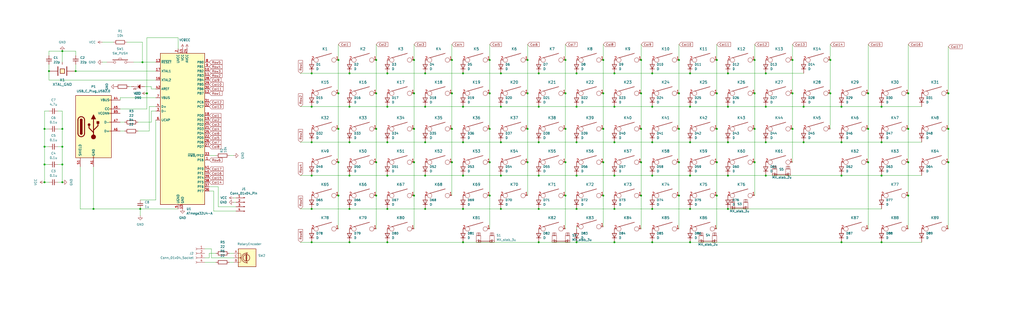
<source format=kicad_sch>
(kicad_sch (version 20231120) (generator "eeschema") (generator_version "8.0")
  (paper "User" 584.2 177.8)
  (junction (at 350.52 119.38))
  (junction (at 193.04 53.34))
  (junction (at 177.8 138.43))
  (junction (at 393.7 138.43))
  (junction (at 436.88 60.96))
  (junction (at 415.29 60.96))
  (junction (at 43.18 40.64))
  (junction (at 199.39 41.91))
  (junction (at 495.3 73.66))
  (junction (at 452.12 53.34))
  (junction (at 242.57 119.38))
  (junction (at 430.53 92.71))
  (junction (at 458.47 81.28))
  (junction (at 25.4 83.82))
  (junction (at 365.76 92.71))
  (junction (at 177.8 100.33))
  (junction (at 177.8 81.28))
  (junction (at 415.29 100.33))
  (junction (at 480.06 81.28))
  (junction (at 285.75 81.28))
  (junction (at 307.34 119.38))
  (junction (at 415.29 41.91))
  (junction (at 220.98 119.38))
  (junction (at 214.63 34.29))
  (junction (at 365.76 73.66))
  (junction (at 436.88 41.91))
  (junction (at 350.52 81.28))
  (junction (at 307.34 138.43))
  (junction (at 408.94 34.29))
  (junction (at 452.12 73.66))
  (junction (at 236.22 53.34))
  (junction (at 300.99 34.29))
  (junction (at 408.94 53.34))
  (junction (at 393.7 81.28))
  (junction (at 350.52 60.96))
  (junction (at 220.98 81.28))
  (junction (at 264.16 119.38))
  (junction (at 199.39 81.28))
  (junction (at 257.81 73.66))
  (junction (at 328.93 41.91))
  (junction (at 408.94 73.66))
  (junction (at 350.52 100.33))
  (junction (at 393.7 60.96))
  (junction (at 344.17 34.29))
  (junction (at 285.75 41.91))
  (junction (at 452.12 34.29))
  (junction (at 387.35 111.76))
  (junction (at 25.4 73.66))
  (junction (at 300.99 73.66))
  (junction (at 480.06 100.33))
  (junction (at 236.22 111.76))
  (junction (at 322.58 34.29))
  (junction (at 541.02 73.66))
  (junction (at 83.82 53.34))
  (junction (at 285.75 100.33))
  (junction (at 307.34 60.96))
  (junction (at 350.52 138.43))
  (junction (at 307.34 81.28))
  (junction (at 372.11 138.43))
  (junction (at 328.93 100.33))
  (junction (at 264.16 41.91))
  (junction (at 415.29 81.28))
  (junction (at 344.17 53.34))
  (junction (at 236.22 92.71))
  (junction (at 328.93 81.28))
  (junction (at 372.11 81.28))
  (junction (at 242.57 81.28))
  (junction (at 220.98 60.96))
  (junction (at 393.7 100.33))
  (junction (at 214.63 73.66))
  (junction (at 436.88 81.28))
  (junction (at 257.81 53.34))
  (junction (at 393.7 119.38))
  (junction (at 242.57 60.96))
  (junction (at 279.4 53.34))
  (junction (at 387.35 53.34))
  (junction (at 279.4 34.29))
  (junction (at 365.76 53.34))
  (junction (at 322.58 53.34))
  (junction (at 344.17 73.66))
  (junction (at 408.94 92.71))
  (junction (at 322.58 111.76))
  (junction (at 242.57 41.91))
  (junction (at 220.98 100.33))
  (junction (at 541.02 92.71))
  (junction (at 495.3 53.34))
  (junction (at 199.39 138.43))
  (junction (at 502.92 100.33))
  (junction (at 408.94 111.76))
  (junction (at 344.17 92.71))
  (junction (at 458.47 60.96))
  (junction (at 430.53 53.34))
  (junction (at 430.53 34.29))
  (junction (at 344.17 111.76))
  (junction (at 214.63 92.71))
  (junction (at 242.57 100.33))
  (junction (at 257.81 34.29))
  (junction (at 193.04 111.76))
  (junction (at 27.94 40.64))
  (junction (at 193.04 92.71))
  (junction (at 473.71 53.34))
  (junction (at 328.93 119.38))
  (junction (at 53.34 119.38))
  (junction (at 193.04 34.29))
  (junction (at 495.3 92.71))
  (junction (at 177.8 119.38))
  (junction (at 415.29 119.38))
  (junction (at 387.35 92.71))
  (junction (at 236.22 73.66))
  (junction (at 541.02 53.34))
  (junction (at 35.56 73.66))
  (junction (at 35.56 83.82))
  (junction (at 279.4 73.66))
  (junction (at 264.16 81.28))
  (junction (at 264.16 100.33))
  (junction (at 177.8 60.96))
  (junction (at 387.35 73.66))
  (junction (at 264.16 60.96))
  (junction (at 199.39 119.38))
  (junction (at 473.71 34.29))
  (junction (at 214.63 53.34))
  (junction (at 518.16 73.66))
  (junction (at 480.06 60.96))
  (junction (at 80.01 119.38))
  (junction (at 214.63 111.76))
  (junction (at 372.11 119.38))
  (junction (at 365.76 34.29))
  (junction (at 264.16 138.43))
  (junction (at 285.75 119.38))
  (junction (at 307.34 41.91))
  (junction (at 236.22 34.29))
  (junction (at 502.92 60.96))
  (junction (at 279.4 92.71))
  (junction (at 257.81 92.71))
  (junction (at 177.8 41.91))
  (junction (at 25.4 104.14))
  (junction (at 322.58 92.71))
  (junction (at 518.16 53.34))
  (junction (at 322.58 73.66))
  (junction (at 480.06 138.43))
  (junction (at 300.99 53.34))
  (junction (at 372.11 41.91))
  (junction (at 350.52 41.91))
  (junction (at 518.16 111.76))
  (junction (at 35.56 93.98))
  (junction (at 300.99 92.71))
  (junction (at 372.11 100.33))
  (junction (at 35.56 104.14))
  (junction (at 365.76 111.76))
  (junction (at 35.56 29.21))
  (junction (at 25.4 93.98))
  (junction (at 436.88 100.33))
  (junction (at 502.92 81.28))
  (junction (at 199.39 60.96))
  (junction (at 307.34 100.33))
  (junction (at 372.11 60.96))
  (junction (at 502.92 138.43))
  (junction (at 193.04 73.66))
  (junction (at 279.4 111.76))
  (junction (at 328.93 60.96))
  (junction (at 328.93 138.43))
  (junction (at 518.16 92.71))
  (junction (at 220.98 41.91))
  (junction (at 430.53 73.66))
  (junction (at 393.7 41.91))
  (junction (at 220.98 138.43))
  (junction (at 81.28 35.56))
  (junction (at 285.75 60.96))
  (junction (at 199.39 100.33))
  (junction (at 387.35 34.29))
  (wire (pts (xy 264.16 100.33) (xy 285.75 100.33)))
  (wire (pts (xy 518.16 25.4) (xy 518.16 53.34)))
  (wire (pts (xy 101.6 27.94) (xy 101.6 21.59)))
  (wire (pts (xy 27.94 29.21) (xy 35.56 29.21)))
  (wire (pts (xy 495.3 92.71) (xy 495.3 130.81)))
  (wire (pts (xy 119.38 88.9) (xy 123.19 88.9)))
  (wire (pts (xy 199.39 41.91) (xy 220.98 41.91)))
  (wire (pts (xy 43.18 29.21) (xy 35.56 29.21)))
  (wire (pts (xy 35.56 29.21) (xy 35.56 35.56)))
  (wire (pts (xy 86.36 50.8) (xy 86.36 49.53)))
  (wire (pts (xy 344.17 34.29) (xy 344.17 53.34)))
  (wire (pts (xy 236.22 53.34) (xy 236.22 73.66)))
  (wire (pts (xy 171.45 60.96) (xy 177.8 60.96)))
  (wire (pts (xy 236.22 73.66) (xy 236.22 92.71)))
  (wire (pts (xy 344.17 53.34) (xy 344.17 73.66)))
  (wire (pts (xy 372.11 60.96) (xy 393.7 60.96)))
  (wire (pts (xy 285.75 81.28) (xy 307.34 81.28)))
  (wire (pts (xy 68.58 55.88) (xy 68.58 57.15)))
  (wire (pts (xy 328.93 81.28) (xy 350.52 81.28)))
  (wire (pts (xy 387.35 25.4) (xy 387.35 34.29)))
  (wire (pts (xy 80.01 119.38) (xy 80.01 123.19)))
  (wire (pts (xy 177.8 119.38) (xy 199.39 119.38)))
  (wire (pts (xy 518.16 73.66) (xy 518.16 92.71)))
  (wire (pts (xy 130.81 144.78) (xy 133.35 144.78)))
  (wire (pts (xy 76.2 35.56) (xy 81.28 35.56)))
  (wire (pts (xy 436.88 81.28) (xy 458.47 81.28)))
  (wire (pts (xy 393.7 81.28) (xy 415.29 81.28)))
  (wire (pts (xy 58.42 35.56) (xy 60.96 35.56)))
  (wire (pts (xy 214.63 53.34) (xy 214.63 73.66)))
  (wire (pts (xy 193.04 53.34) (xy 193.04 73.66)))
  (wire (pts (xy 415.29 60.96) (xy 436.88 60.96)))
  (wire (pts (xy 130.81 149.86) (xy 133.35 149.86)))
  (wire (pts (xy 242.57 119.38) (xy 264.16 119.38)))
  (wire (pts (xy 193.04 111.76) (xy 193.04 130.81)))
  (wire (pts (xy 279.4 111.76) (xy 279.4 130.81)))
  (wire (pts (xy 81.28 35.56) (xy 88.9 35.56)))
  (wire (pts (xy 25.4 104.14) (xy 27.94 104.14)))
  (wire (pts (xy 171.45 119.38) (xy 177.8 119.38)))
  (wire (pts (xy 328.93 119.38) (xy 350.52 119.38)))
  (wire (pts (xy 25.4 93.98) (xy 27.94 93.98)))
  (wire (pts (xy 408.94 25.4) (xy 408.94 34.29)))
  (wire (pts (xy 372.11 138.43) (xy 393.7 138.43)))
  (wire (pts (xy 264.16 60.96) (xy 285.75 60.96)))
  (wire (pts (xy 387.35 53.34) (xy 387.35 73.66)))
  (wire (pts (xy 393.7 60.96) (xy 415.29 60.96)))
  (wire (pts (xy 45.72 119.38) (xy 45.72 95.25)))
  (wire (pts (xy 214.63 111.76) (xy 214.63 130.81)))
  (wire (pts (xy 130.81 88.9) (xy 133.35 88.9)))
  (wire (pts (xy 307.34 119.38) (xy 328.93 119.38)))
  (wire (pts (xy 88.9 68.58) (xy 88.9 114.3)))
  (wire (pts (xy 365.76 92.71) (xy 365.76 111.76)))
  (wire (pts (xy 480.06 138.43) (xy 502.92 138.43)))
  (wire (pts (xy 458.47 81.28) (xy 480.06 81.28)))
  (wire (pts (xy 236.22 111.76) (xy 236.22 130.81)))
  (wire (pts (xy 119.38 109.22) (xy 121.92 109.22)))
  (wire (pts (xy 124.46 106.68) (xy 124.46 118.11)))
  (wire (pts (xy 495.3 25.4) (xy 495.3 53.34)))
  (wire (pts (xy 199.39 60.96) (xy 220.98 60.96)))
  (wire (pts (xy 25.4 83.82) (xy 27.94 83.82)))
  (wire (pts (xy 177.8 100.33) (xy 199.39 100.33)))
  (wire (pts (xy 408.94 73.66) (xy 408.94 92.71)))
  (wire (pts (xy 25.4 63.5) (xy 27.94 63.5)))
  (wire (pts (xy 72.39 24.13) (xy 81.28 24.13)))
  (wire (pts (xy 430.53 53.34) (xy 430.53 73.66)))
  (wire (pts (xy 199.39 81.28) (xy 220.98 81.28)))
  (wire (pts (xy 257.81 34.29) (xy 257.81 53.34)))
  (wire (pts (xy 307.34 138.43) (xy 328.93 138.43)))
  (wire (pts (xy 436.88 100.33) (xy 480.06 100.33)))
  (wire (pts (xy 119.38 147.32) (xy 116.84 147.32)))
  (wire (pts (xy 220.98 138.43) (xy 264.16 138.43)))
  (wire (pts (xy 518.16 111.76) (xy 518.16 130.81)))
  (wire (pts (xy 279.4 34.29) (xy 279.4 53.34)))
  (wire (pts (xy 242.57 100.33) (xy 264.16 100.33)))
  (wire (pts (xy 300.99 73.66) (xy 300.99 92.71)))
  (wire (pts (xy 322.58 111.76) (xy 322.58 130.81)))
  (wire (pts (xy 480.06 100.33) (xy 502.92 100.33)))
  (wire (pts (xy 415.29 41.91) (xy 436.88 41.91)))
  (wire (pts (xy 430.53 92.71) (xy 430.53 111.76)))
  (wire (pts (xy 372.11 100.33) (xy 393.7 100.33)))
  (wire (pts (xy 88.9 60.96) (xy 85.09 60.96)))
  (wire (pts (xy 25.4 93.98) (xy 25.4 83.82)))
  (wire (pts (xy 387.35 111.76) (xy 387.35 130.81)))
  (wire (pts (xy 473.71 25.4) (xy 473.71 34.29)))
  (wire (pts (xy 242.57 81.28) (xy 264.16 81.28)))
  (wire (pts (xy 300.99 53.34) (xy 300.99 73.66)))
  (wire (pts (xy 71.12 69.85) (xy 68.58 69.85)))
  (wire (pts (xy 88.9 55.88) (xy 68.58 55.88)))
  (wire (pts (xy 71.12 74.93) (xy 68.58 74.93)))
  (wire (pts (xy 80.01 119.38) (xy 53.34 119.38)))
  (wire (pts (xy 387.35 34.29) (xy 387.35 53.34)))
  (wire (pts (xy 53.34 119.38) (xy 53.34 95.25)))
  (wire (pts (xy 541.02 73.66) (xy 541.02 92.71)))
  (wire (pts (xy 27.94 45.72) (xy 88.9 45.72)))
  (wire (pts (xy 177.8 41.91) (xy 199.39 41.91)))
  (wire (pts (xy 220.98 119.38) (xy 242.57 119.38)))
  (wire (pts (xy 279.4 73.66) (xy 279.4 92.71)))
  (wire (pts (xy 372.11 41.91) (xy 393.7 41.91)))
  (wire (pts (xy 86.36 49.53) (xy 82.55 49.53)))
  (wire (pts (xy 541.02 26.67) (xy 541.02 53.34)))
  (wire (pts (xy 35.56 93.98) (xy 35.56 83.82)))
  (wire (pts (xy 322.58 92.71) (xy 322.58 111.76)))
  (wire (pts (xy 279.4 25.4) (xy 279.4 34.29)))
  (wire (pts (xy 430.53 73.66) (xy 430.53 92.71)))
  (wire (pts (xy 518.16 53.34) (xy 518.16 73.66)))
  (wire (pts (xy 365.76 73.66) (xy 365.76 92.71)))
  (wire (pts (xy 430.53 34.29) (xy 430.53 53.34)))
  (wire (pts (xy 121.92 109.22) (xy 121.92 120.65)))
  (wire (pts (xy 35.56 104.14) (xy 35.56 93.98)))
  (wire (pts (xy 25.4 83.82) (xy 25.4 73.66)))
  (wire (pts (xy 264.16 138.43) (xy 307.34 138.43)))
  (wire (pts (xy 119.38 106.68) (xy 124.46 106.68)))
  (wire (pts (xy 86.36 63.5) (xy 86.36 69.85)))
  (wire (pts (xy 177.8 81.28) (xy 199.39 81.28)))
  (wire (pts (xy 452.12 53.34) (xy 452.12 73.66)))
  (wire (pts (xy 193.04 92.71) (xy 193.04 111.76)))
  (wire (pts (xy 350.52 41.91) (xy 372.11 41.91)))
  (wire (pts (xy 300.99 25.4) (xy 300.99 34.29)))
  (wire (pts (xy 214.63 34.29) (xy 214.63 53.34)))
  (wire (pts (xy 322.58 25.4) (xy 322.58 34.29)))
  (wire (pts (xy 58.42 24.13) (xy 64.77 24.13)))
  (wire (pts (xy 415.29 100.33) (xy 436.88 100.33)))
  (wire (pts (xy 436.88 60.96) (xy 458.47 60.96)))
  (wire (pts (xy 25.4 104.14) (xy 25.4 93.98)))
  (wire (pts (xy 171.45 100.33) (xy 177.8 100.33)))
  (wire (pts (xy 387.35 92.71) (xy 387.35 111.76)))
  (wire (pts (xy 220.98 60.96) (xy 242.57 60.96)))
  (wire (pts (xy 393.7 41.91) (xy 415.29 41.91)))
  (wire (pts (xy 43.18 40.64) (xy 88.9 40.64)))
  (wire (pts (xy 393.7 119.38) (xy 415.29 119.38)))
  (wire (pts (xy 177.8 138.43) (xy 199.39 138.43)))
  (wire (pts (xy 214.63 92.71) (xy 214.63 111.76)))
  (wire (pts (xy 86.36 50.8) (xy 88.9 50.8)))
  (wire (pts (xy 408.94 111.76) (xy 408.94 130.81)))
  (wire (pts (xy 116.84 149.86) (xy 123.19 149.86)))
  (wire (pts (xy 43.18 31.75) (xy 43.18 29.21)))
  (wire (pts (xy 387.35 73.66) (xy 387.35 92.71)))
  (wire (pts (xy 350.52 119.38) (xy 372.11 119.38)))
  (wire (pts (xy 35.56 73.66) (xy 35.56 63.5)))
  (wire (pts (xy 393.7 138.43) (xy 480.06 138.43)))
  (wire (pts (xy 307.34 41.91) (xy 328.93 41.91)))
  (wire (pts (xy 473.71 53.34) (xy 473.71 73.66)))
  (wire (pts (xy 101.6 21.59) (xy 83.82 21.59)))
  (wire (pts (xy 452.12 25.4) (xy 452.12 34.29)))
  (wire (pts (xy 285.75 100.33) (xy 307.34 100.33)))
  (wire (pts (xy 33.02 83.82) (xy 35.56 83.82)))
  (wire (pts (xy 279.4 53.34) (xy 279.4 73.66)))
  (wire (pts (xy 365.76 25.4) (xy 365.76 34.29)))
  (wire (pts (xy 86.36 69.85) (xy 78.74 69.85)))
  (wire (pts (xy 119.38 144.78) (xy 119.38 147.32)))
  (wire (pts (xy 199.39 100.33) (xy 220.98 100.33)))
  (wire (pts (xy 350.52 81.28) (xy 372.11 81.28)))
  (wire (pts (xy 133.35 113.03) (xy 134.62 113.03)))
  (wire (pts (xy 344.17 73.66) (xy 344.17 92.71)))
  (wire (pts (xy 83.82 21.59) (xy 83.82 53.34)))
  (wire (pts (xy 35.56 83.82) (xy 35.56 73.66)))
  (wire (pts (xy 350.52 60.96) (xy 372.11 60.96)))
  (wire (pts (xy 365.76 34.29) (xy 365.76 53.34)))
  (wire (pts (xy 452.12 34.29) (xy 452.12 53.34)))
  (wire (pts (xy 74.93 49.53) (xy 73.66 49.53)))
  (wire (pts (xy 101.6 119.38) (xy 80.01 119.38)))
  (wire (pts (xy 436.88 41.91) (xy 458.47 41.91)))
  (wire (pts (xy 220.98 41.91) (xy 242.57 41.91)))
  (wire (pts (xy 541.02 130.81) (xy 541.02 92.71)))
  (wire (pts (xy 541.02 53.34) (xy 541.02 73.66)))
  (wire (pts (xy 408.94 92.71) (xy 408.94 111.76)))
  (wire (pts (xy 171.45 138.43) (xy 177.8 138.43)))
  (wire (pts (xy 242.57 41.91) (xy 264.16 41.91)))
  (wire (pts (xy 257.81 25.4) (xy 257.81 34.29)))
  (wire (pts (xy 33.02 73.66) (xy 35.56 73.66)))
  (wire (pts (xy 408.94 34.29) (xy 408.94 53.34)))
  (wire (pts (xy 81.28 24.13) (xy 81.28 35.56)))
  (wire (pts (xy 473.71 34.29) (xy 473.71 53.34)))
  (wire (pts (xy 193.04 25.4) (xy 193.04 34.29)))
  (wire (pts (xy 120.65 147.32) (xy 133.35 147.32)))
  (wire (pts (xy 285.75 41.91) (xy 307.34 41.91)))
  (wire (pts (xy 307.34 100.33) (xy 328.93 100.33)))
  (wire (pts (xy 83.82 53.34) (xy 82.55 53.34)))
  (wire (pts (xy 415.29 81.28) (xy 436.88 81.28)))
  (wire (pts (xy 121.92 120.65) (xy 134.62 120.65)))
  (wire (pts (xy 123.19 144.78) (xy 119.38 144.78)))
  (wire (pts (xy 85.09 74.93) (xy 78.74 74.93)))
  (wire (pts (xy 430.53 25.4) (xy 430.53 34.29)))
  (wire (pts (xy 350.52 138.43) (xy 372.11 138.43)))
  (wire (pts (xy 300.99 92.71) (xy 300.99 111.76)))
  (wire (pts (xy 365.76 111.76) (xy 365.76 130.81)))
  (wire (pts (xy 25.4 73.66) (xy 27.94 73.66)))
  (wire (pts (xy 458.47 60.96) (xy 480.06 60.96)))
  (wire (pts (xy 264.16 81.28) (xy 285.75 81.28)))
  (wire (pts (xy 193.04 34.29) (xy 193.04 53.34)))
  (wire (pts (xy 328.93 100.33) (xy 350.52 100.33)))
  (wire (pts (xy 214.63 73.66) (xy 214.63 92.71)))
  (wire (pts (xy 285.75 60.96) (xy 307.34 60.96)))
  (wire (pts (xy 120.65 147.32) (xy 120.65 142.24)))
  (wire (pts (xy 43.18 40.64) (xy 43.18 36.83)))
  (wire (pts (xy 257.81 53.34) (xy 257.81 73.66)))
  (wire (pts (xy 495.3 73.66) (xy 495.3 92.71)))
  (wire (pts (xy 257.81 73.66) (xy 257.81 92.71)))
  (wire (pts (xy 236.22 92.71) (xy 236.22 111.76)))
  (wire (pts (xy 33.02 93.98) (xy 35.56 93.98)))
  (wire (pts (xy 344.17 111.76) (xy 344.17 129.54)))
  (wire (pts (xy 408.94 53.34) (xy 408.94 73.66)))
  (wire (pts (xy 307.34 81.28) (xy 328.93 81.28)))
  (wire (pts (xy 193.04 73.66) (xy 193.04 92.71)))
  (wire (pts (xy 328.93 41.91) (xy 350.52 41.91)))
  (wire (pts (xy 480.06 81.28) (xy 502.92 81.28)))
  (wire (pts (xy 518.16 92.71) (xy 518.16 111.76)))
  (wire (pts (xy 257.81 92.71) (xy 257.81 111.76)))
  (wire (pts (xy 415.29 119.38) (xy 502.92 119.38)))
  (wire (pts (xy 120.65 142.24) (xy 116.84 142.24)))
  (wire (pts (xy 220.98 81.28) (xy 242.57 81.28)))
  (wire (pts (xy 328.93 138.43) (xy 350.52 138.43)))
  (wire (pts (xy 83.82 53.34) (xy 83.82 62.23)))
  (wire (pts (xy 264.16 119.38) (xy 285.75 119.38)))
  (wire (pts (xy 344.17 92.71) (xy 344.17 111.76)))
  (wire (pts (xy 25.4 73.66) (xy 25.4 63.5)))
  (wire (pts (xy 220.98 100.33) (xy 242.57 100.33)))
  (wire (pts (xy 365.76 53.34) (xy 365.76 73.66)))
  (wire (pts (xy 502.92 60.96) (xy 525.78 60.96)))
  (wire (pts (xy 393.7 100.33) (xy 415.29 100.33)))
  (wire (pts (xy 27.94 45.72) (xy 27.94 40.64)))
  (wire (pts (xy 452.12 73.66) (xy 452.12 92.71)))
  (wire (pts (xy 27.94 31.75) (xy 27.94 29.21)))
  (wire (pts (xy 177.8 60.96) (xy 199.39 60.96)))
  (wire (pts (xy 124.46 118.11) (xy 134.62 118.11)))
  (wire (pts (xy 328.93 130.81) (xy 328.93 129.54)))
  (wire (pts (xy 171.45 41.91) (xy 177.8 41.91)))
  (wire (pts (xy 350.52 100.33) (xy 372.11 100.33)))
  (wire (pts (xy 199.39 119.38) (xy 220.98 119.38)))
  (wire (pts (xy 133.35 115.57) (xy 134.62 115.57)))
  (wire (pts (xy 372.11 81.28) (xy 393.7 81.28)))
  (wire (pts (xy 242.57 60.96) (xy 264.16 60.96)))
  (wire (pts (xy 199.39 138.43) (xy 220.98 138.43)))
  (wire (pts (xy 322.58 73.66) (xy 322.58 92.71)))
  (wire (pts (xy 307.34 60.96) (xy 328.93 60.96)))
  (wire (pts (xy 53.34 119.38) (xy 45.72 119.38)))
  (wire (pts (xy 83.82 62.23) (xy 68.58 62.23)))
  (wire (pts (xy 279.4 92.71) (xy 279.4 111.76)))
  (wire (pts (xy 322.58 34.29) (xy 322.58 53.34)))
  (wire (pts (xy 88.9 114.3) (xy 80.01 114.3)))
  (wire (pts (xy 85.09 60.96) (xy 85.09 74.93)))
  (wire (pts (xy 328.93 60.96) (xy 350.52 60.96)))
  (wire (pts (xy 264.16 41.91) (xy 285.75 41.91)))
  (wire (pts (xy 214.63 25.4) (xy 214.63 34.29)))
  (wire (pts (xy 502.92 100.33) (xy 525.78 100.33)))
  (wire (pts (xy 171.45 81.28) (xy 177.8 81.28)))
  (wire (pts (xy 372.11 119.38) (xy 393.7 119.38)))
  (wire (pts (xy 502.92 81.28) (xy 525.78 81.28)))
  (wire (pts (xy 27.94 40.64) (xy 27.94 36.83)))
  (wire (pts (xy 35.56 63.5) (xy 33.02 63.5)))
  (wire (pts (xy 33.02 104.14) (xy 35.56 104.14)))
  (wire (pts (xy 236.22 25.4) (xy 236.22 34.29)))
  (wire (pts (xy 236.22 34.29) (xy 236.22 53.34)))
  (wire (pts (xy 88.9 63.5) (xy 86.36 63.5)))
  (wire (pts (xy 344.17 25.4) (xy 344.17 34.29)))
  (wire (pts (xy 495.3 53.34) (xy 495.3 73.66)))
  (wire (pts (xy 300.99 34.29) (xy 300.99 53.34)))
  (wire (pts (xy 285.75 119.38) (xy 307.34 119.38)))
  (wire (pts (xy 322.58 53.34) (xy 322.58 73.66)))
  (wire (pts (xy 502.92 138.43) (xy 525.78 138.43)))
  (wire (pts (xy 480.06 60.96) (xy 502.92 60.96)))
  (global_label "Col10" (shape input) (at 119.38 48.26 0) (property "Intersheetrefs" "${INTERSHEET_REFS}" (effects (hide yes))))
  (global_label "Col10" (shape input) (at 387.35 25.4 0) (property "Intersheetrefs" "${INTERSHEET_REFS}" (effects (hide yes))))
  (global_label "Row4" (shape input) (at 119.38 38.1 0) (property "Intersheetrefs" "${INTERSHEET_REFS}" (effects (hide yes))))
  (global_label "Col9" (shape input) (at 365.76 25.4 0) (property "Intersheetrefs" "${INTERSHEET_REFS}" (effects (hide yes))))
  (global_label "Col6" (shape input) (at 300.99 25.4 0) (property "Intersheetrefs" "${INTERSHEET_REFS}" (effects (hide yes))))
  (global_label "Row6" (shape input) (at 171.45 138.43 90) (property "Intersheetrefs" "${INTERSHEET_REFS}" (effects (hide yes))))
  (global_label "Col5" (shape input) (at 279.4 25.4 0) (property "Intersheetrefs" "${INTERSHEET_REFS}" (effects (hide yes))))
  (global_label "Col1" (shape input) (at 119.38 66.04 0) (property "Intersheetrefs" "${INTERSHEET_REFS}" (effects (hide yes))))
  (global_label "Row4" (shape input) (at 171.45 100.33 90) (property "Intersheetrefs" "${INTERSHEET_REFS}" (effects (hide yes))))
  (global_label "Col11" (shape input) (at 408.94 25.4 0) (property "Intersheetrefs" "${INTERSHEET_REFS}" (effects (hide yes))))
  (global_label "Col13" (shape input) (at 452.12 25.4 0) (property "Intersheetrefs" "${INTERSHEET_REFS}" (effects (hide yes))))
  (global_label "Row5" (shape input) (at 171.45 119.38 90) (property "Intersheetrefs" "${INTERSHEET_REFS}" (effects (hide yes))))
  (global_label "Row5" (shape input) (at 119.38 35.56 0) (property "Intersheetrefs" "${INTERSHEET_REFS}" (effects (hide yes))))
  (global_label "Col17" (shape input) (at 119.38 96.52 0) (property "Intersheetrefs" "${INTERSHEET_REFS}" (effects (hide yes))))
  (global_label "Col14" (shape input) (at 473.71 25.4 0) (property "Intersheetrefs" "${INTERSHEET_REFS}" (effects (hide yes))))
  (global_label "Col12" (shape input) (at 430.53 25.4 0) (property "Intersheetrefs" "${INTERSHEET_REFS}" (effects (hide yes))))
  (global_label "Col4" (shape input) (at 257.81 25.4 0) (property "Intersheetrefs" "${INTERSHEET_REFS}" (effects (hide yes))))
  (global_label "Col16" (shape input) (at 119.38 99.06 0) (property "Intersheetrefs" "${INTERSHEET_REFS}" (effects (hide yes))))
  (global_label "Col17" (shape input) (at 541.02 26.67 0) (property "Intersheetrefs" "${INTERSHEET_REFS}" (effects (hide yes))))
  (global_label "Col11" (shape input) (at 119.38 50.8 0) (property "Intersheetrefs" "${INTERSHEET_REFS}" (effects (hide yes))))
  (global_label "Col5" (shape input) (at 119.38 78.74 0) (property "Intersheetrefs" "${INTERSHEET_REFS}" (effects (hide yes))))
  (global_label "Col8" (shape input) (at 344.17 25.4 0) (property "Intersheetrefs" "${INTERSHEET_REFS}" (effects (hide yes))))
  (global_label "Col16" (shape input) (at 518.16 25.4 0) (property "Intersheetrefs" "${INTERSHEET_REFS}" (effects (hide yes))))
  (global_label "Col1" (shape input) (at 193.04 25.4 0) (property "Intersheetrefs" "${INTERSHEET_REFS}" (effects (hide yes))))
  (global_label "Col2" (shape input) (at 119.38 68.58 0) (property "Intersheetrefs" "${INTERSHEET_REFS}" (effects (hide yes))))
  (global_label "Col7" (shape input) (at 322.58 25.4 0) (property "Intersheetrefs" "${INTERSHEET_REFS}" (effects (hide yes))))
  (global_label "Row3" (shape input) (at 171.45 81.28 90) (property "Intersheetrefs" "${INTERSHEET_REFS}" (effects (hide yes))))
  (global_label "Row2" (shape input) (at 119.38 43.18 0) (property "Intersheetrefs" "${INTERSHEET_REFS}" (effects (hide yes))))
  (global_label "Col13" (shape input) (at 119.38 60.96 0) (property "Intersheetrefs" "${INTERSHEET_REFS}" (effects (hide yes))))
  (global_label "Row3" (shape input) (at 119.38 40.64 0) (property "Intersheetrefs" "${INTERSHEET_REFS}" (effects (hide yes))))
  (global_label "Row2" (shape input) (at 171.45 60.96 90) (property "Intersheetrefs" "${INTERSHEET_REFS}" (effects (hide yes))))
  (global_label "Col15" (shape input) (at 495.3 25.4 0) (property "Intersheetrefs" "${INTERSHEET_REFS}" (effects (hide yes))))
  (global_label "Col12" (shape input) (at 119.38 58.42 0) (property "Intersheetrefs" "${INTERSHEET_REFS}" (effects (hide yes))))
  (global_label "Col3" (shape input) (at 236.22 25.4 0) (property "Intersheetrefs" "${INTERSHEET_REFS}" (effects (hide yes))))
  (global_label "Col8" (shape input) (at 119.38 83.82 0) (property "Intersheetrefs" "${INTERSHEET_REFS}" (effects (hide yes))))
  (global_label "Col6" (shape input) (at 119.38 76.2 0) (property "Intersheetrefs" "${INTERSHEET_REFS}" (effects (hide yes))))
  (global_label "Col2" (shape input) (at 214.63 25.4 0) (property "Intersheetrefs" "${INTERSHEET_REFS}" (effects (hide yes))))
  (global_label "Row1" (shape input) (at 119.38 53.34 0) (property "Intersheetrefs" "${INTERSHEET_REFS}" (effects (hide yes))))
  (global_label "Col4" (shape input) (at 119.38 73.66 0) (property "Intersheetrefs" "${INTERSHEET_REFS}" (effects (hide yes))))
  (global_label "Col9" (shape input) (at 119.38 45.72 0) (property "Intersheetrefs" "${INTERSHEET_REFS}" (effects (hide yes))))
  (global_label "Col15" (shape input) (at 119.38 101.6 0) (property "Intersheetrefs" "${INTERSHEET_REFS}" (effects (hide yes))))
  (global_label "Row1" (shape input) (at 171.45 41.91 90) (property "Intersheetrefs" "${INTERSHEET_REFS}" (effects (hide yes))))
  (global_label "Col14" (shape input) (at 119.38 104.14 0) (property "Intersheetrefs" "${INTERSHEET_REFS}" (effects (hide yes))))
  (global_label "Col3" (shape input) (at 119.38 71.12 0) (property "Intersheetrefs" "${INTERSHEET_REFS}" (effects (hide yes))))
  (global_label "Row6" (shape input) (at 119.38 91.44 0) (property "Intersheetrefs" "${INTERSHEET_REFS}" (effects (hide yes))))
  (global_label "Col7" (shape input) (at 119.38 81.28 0) (property "Intersheetrefs" "${INTERSHEET_REFS}" (effects (hide yes))))
  (symbol (lib_id "Device:D") (at 307.34 96.52 90) (unit 1)
    (property "Reference" "D55" (at 309.88 95.2499 90) (effects (justify right)))
    (property "Value" "D" (at 309.88 97.7899 90) (effects (justify right)))
    (property "Footprint" "Diode_SMD:D_0603_1608Metric" (effects (hide yes)))
    (property "Description" "Diode" (effects (hide yes)))
    (property "Sim.Device" "D" (effects (hide yes)))
    (property "Sim.Pins" "1=K 2=A" (effects (hide yes)))
  )
  (symbol (lib_id "Device:D") (at 393.7 77.47 90) (unit 1)
    (property "Reference" "D42" (at 396.24 76.1999 90) (effects (justify right)))
    (property "Value" "D" (at 396.24 78.7399 90) (effects (justify right)))
    (property "Footprint" "Diode_SMD:D_0603_1608Metric" (effects (hide yes)))
    (property "Description" "Diode" (effects (hide yes)))
    (property "Sim.Device" "D" (effects (hide yes)))
    (property "Sim.Pins" "1=K 2=A" (effects (hide yes)))
  )
  (symbol (lib_id "keyboard_parts:KEYSW") (at 207.01 111.76 0) (unit 1)
    (property "Reference" "K66" (at 207.01 105.41 0) (effects (font (size 1.524 1.524))))
    (property "Value" "KEYSW" (effects (hide yes)))
    (property "Footprint" "PCM_marbastlib-xp-mx:SW_MX_HS_KS-2P02B01-01_1u" (effects (hide yes)))
  )
  (symbol (lib_id "Device:D") (at 436.88 96.52 90) (unit 1)
    (property "Reference" "D61" (at 439.42 95.2499 90) (effects (justify right)))
    (property "Value" "D" (at 439.42 97.7899 90) (effects (justify right)))
    (property "Footprint" "Diode_SMD:D_0603_1608Metric" (effects (hide yes)))
    (property "Description" "Diode" (effects (hide yes)))
    (property "Sim.Device" "D" (effects (hide yes)))
    (property "Sim.Pins" "1=K 2=A" (effects (hide yes)))
  )
  (symbol (lib_id "PCM_marbastlib-mx:MX_stab") (at 276.86 135.89 0) (unit 1)
    (property "Reference" "S1" (at 283.21 134.4929 0) (effects (justify left)))
    (property "Value" "MX_stab_3u" (at 283.21 137.0329 0) (effects (justify left)))
    (property "Footprint" "PCM_marbastlib-mx:STAB_MX_P_3u" (effects (hide yes)))
    (property "Description" "Cherry MX-style stabilizer" (effects (hide yes)))
  )
  (symbol (lib_id "keyboard_parts:KEYSW") (at 293.37 34.29 0) (unit 1)
    (property "Reference" "K6" (at 293.37 27.94 0) (effects (font (size 1.524 1.524))))
    (property "Value" "KEYSW" (effects (hide yes)))
    (property "Footprint" "PCM_marbastlib-xp-mx:SW_MX_HS_KS-2P02B01-01_1u" (effects (hide yes)))
  )
  (symbol (lib_id "Device:D") (at 372.11 38.1 90) (unit 1)
    (property "Reference" "D10" (at 374.65 36.8299 90) (effects (justify right)))
    (property "Value" "D" (at 374.65 39.3699 90) (effects (justify right)))
    (property "Footprint" "Diode_SMD:D_0603_1608Metric" (effects (hide yes)))
    (property "Description" "Diode" (effects (hide yes)))
    (property "Sim.Device" "D" (effects (hide yes)))
    (property "Sim.Pins" "1=K 2=A" (effects (hide yes)))
  )
  (symbol (lib_id "keyboard_parts:XTAL_GND") (at 35.56 40.64 180) (unit 1)
    (property "Reference" "X1" (at 35.56 45.72 0) (effects (font (size 1.524 1.524))))
    (property "Value" "XTAL_GND" (at 35.56 48.26 0) (effects (font (size 1.524 1.524))))
    (property "Footprint" "Crystal:Crystal_SMD_SeikoEpson_FA238-4Pin_3.2x2.5mm" (effects (hide yes)))
  )
  (symbol (lib_id "keyboard_parts:KEYSW") (at 510.54 92.71 0) (unit 1)
    (property "Reference" "K63" (at 510.54 86.36 0) (effects (font (size 1.524 1.524))))
    (property "Value" "KEYSW" (effects (hide yes)))
    (property "Footprint" "PCM_marbastlib-xp-mx:SW_MX_HS_KS-2P02B01-01_1u" (effects (hide yes)))
  )
  (symbol (lib_id "keyboard_parts:KEYSW") (at 185.42 92.71 0) (unit 1)
    (property "Reference" "K49" (at 185.42 86.36 0) (effects (font (size 1.524 1.524))))
    (property "Value" "KEYSW" (effects (hide yes)))
    (property "Footprint" "PCM_marbastlib-xp-mx:SW_MX_HS_KS-2P02B01-01_1u" (effects (hide yes)))
  )
  (symbol (lib_id "keyboard_parts:KEYSW") (at 422.91 34.29 0) (unit 1)
    (property "Reference" "K12" (at 422.91 27.94 0) (effects (font (size 1.524 1.524))))
    (property "Value" "KEYSW" (effects (hide yes)))
    (property "Footprint" "PCM_marbastlib-xp-mx:SW_MX_HS_KS-2P02B01-01_1u" (effects (hide yes)))
  )
  (symbol (lib_id "Device:D") (at 220.98 38.1 90) (unit 1)
    (property "Reference" "D3" (at 223.52 36.8299 90) (effects (justify right)))
    (property "Value" "D" (at 223.52 39.3699 90) (effects (justify right)))
    (property "Footprint" "Diode_SMD:D_0603_1608Metric" (effects (hide yes)))
    (property "Description" "Diode" (effects (hide yes)))
    (property "Sim.Device" "D" (effects (hide yes)))
    (property "Sim.Pins" "1=K 2=A" (effects (hide yes)))
  )
  (symbol (lib_id "Device:D") (at 372.11 57.15 90) (unit 1)
    (property "Reference" "D24" (at 374.65 55.8799 90) (effects (justify right)))
    (property "Value" "D" (at 374.65 58.4199 90) (effects (justify right)))
    (property "Footprint" "Diode_SMD:D_0603_1608Metric" (effects (hide yes)))
    (property "Description" "Diode" (effects (hide yes)))
    (property "Sim.Device" "D" (effects (hide yes)))
    (property "Sim.Pins" "1=K 2=A" (effects (hide yes)))
  )
  (symbol (lib_id "keyboard_parts:KEYSW") (at 228.6 73.66 0) (unit 1)
    (property "Reference" "K34" (at 228.6 67.31 0) (effects (font (size 1.524 1.524))))
    (property "Value" "KEYSW" (effects (hide yes)))
    (property "Footprint" "PCM_marbastlib-xp-mx:SW_MX_HS_KS-2P02B01-01_1u" (effects (hide yes)))
  )
  (symbol (lib_id "Device:D") (at 393.7 57.15 90) (unit 1)
    (property "Reference" "D25" (at 396.24 55.8799 90) (effects (justify right)))
    (property "Value" "D" (at 396.24 58.4199 90) (effects (justify right)))
    (property "Footprint" "Diode_SMD:D_0603_1608Metric" (effects (hide yes)))
    (property "Description" "Diode" (effects (hide yes)))
    (property "Sim.Device" "D" (effects (hide yes)))
    (property "Sim.Pins" "1=K 2=A" (effects (hide yes)))
  )
  (symbol (lib_id "keyboard_parts:KEYSW") (at 358.14 34.29 0) (unit 1)
    (property "Reference" "K9" (at 358.14 27.94 0) (effects (font (size 1.524 1.524))))
    (property "Value" "KEYSW" (effects (hide yes)))
    (property "Footprint" "PCM_marbastlib-xp-mx:SW_MX_HS_KS-2P02B01-01_1u" (effects (hide yes)))
  )
  (symbol (lib_id "Device:D") (at 350.52 96.52 90) (unit 1)
    (property "Reference" "D57" (at 353.06 95.2499 90) (effects (justify right)))
    (property "Value" "D" (at 353.06 97.7899 90) (effects (justify right)))
    (property "Footprint" "Diode_SMD:D_0603_1608Metric" (effects (hide yes)))
    (property "Description" "Diode" (effects (hide yes)))
    (property "Sim.Device" "D" (effects (hide yes)))
    (property "Sim.Pins" "1=K 2=A" (effects (hide yes)))
  )
  (symbol (lib_id "keyboard_parts:KEYSW") (at 314.96 53.34 0) (unit 1)
    (property "Reference" "K21" (at 314.96 46.99 0) (effects (font (size 1.524 1.524))))
    (property "Value" "KEYSW" (effects (hide yes)))
    (property "Footprint" "PCM_marbastlib-xp-mx:SW_MX_HS_KS-2P02B01-01_1u" (effects (hide yes)))
  )
  (symbol (lib_id "Device:D") (at 220.98 115.57 90) (unit 1)
    (property "Reference" "D67" (at 223.52 114.2999 90) (effects (justify right)))
    (property "Value" "D" (at 223.52 116.8399 90) (effects (justify right)))
    (property "Footprint" "Diode_SMD:D_0603_1608Metric" (effects (hide yes)))
    (property "Description" "Diode" (effects (hide yes)))
    (property "Sim.Device" "D" (effects (hide yes)))
    (property "Sim.Pins" "1=K 2=A" (effects (hide yes)))
  )
  (symbol (lib_id "Device:D") (at 502.92 57.15 90) (unit 1)
    (property "Reference" "D30" (at 505.46 55.8799 90) (effects (justify right)))
    (property "Value" "D" (at 505.46 58.4199 90) (effects (justify right)))
    (property "Footprint" "Diode_SMD:D_0603_1608Metric" (effects (hide yes)))
    (property "Description" "Diode" (effects (hide yes)))
    (property "Sim.Device" "D" (effects (hide yes)))
    (property "Sim.Pins" "1=K 2=A" (effects (hide yes)))
  )
  (symbol (lib_id "Device:D") (at 199.39 115.57 90) (unit 1)
    (property "Reference" "D66" (at 201.93 114.2999 90) (effects (justify right)))
    (property "Value" "D" (at 201.93 116.8399 90) (effects (justify right)))
    (property "Footprint" "Diode_SMD:D_0603_1608Metric" (effects (hide yes)))
    (property "Description" "Diode" (effects (hide yes)))
    (property "Sim.Device" "D" (effects (hide yes)))
    (property "Sim.Pins" "1=K 2=A" (effects (hide yes)))
  )
  (symbol (lib_id "Device:D") (at 525.78 57.15 90) (unit 1)
    (property "Reference" "D31" (at 528.32 55.8799 90) (effects (justify right)))
    (property "Value" "D" (at 528.32 58.4199 90) (effects (justify right)))
    (property "Footprint" "Diode_SMD:D_0603_1608Metric" (effects (hide yes)))
    (property "Description" "Diode" (effects (hide yes)))
    (property "Sim.Device" "D" (effects (hide yes)))
    (property "Sim.Pins" "1=K 2=A" (effects (hide yes)))
  )
  (symbol (lib_id "keyboard_parts:KEYSW") (at 250.19 92.71 0) (unit 1)
    (property "Reference" "K52" (at 250.19 86.36 0) (effects (font (size 1.524 1.524))))
    (property "Value" "KEYSW" (effects (hide yes)))
    (property "Footprint" "PCM_marbastlib-xp-mx:SW_MX_HS_KS-2P02B01-01_1u" (effects (hide yes)))
  )
  (symbol (lib_id "keyboard_parts:KEYSW") (at 228.6 92.71 0) (unit 1)
    (property "Reference" "K51" (at 228.6 86.36 0) (effects (font (size 1.524 1.524))))
    (property "Value" "KEYSW" (effects (hide yes)))
    (property "Footprint" "PCM_marbastlib-xp-mx:SW_MX_HS_KS-2P02B01-01_1u" (effects (hide yes)))
  )
  (symbol (lib_id "Device:D") (at 242.57 38.1 90) (unit 1)
    (property "Reference" "D4" (at 245.11 36.8299 90) (effects (justify right)))
    (property "Value" "D" (at 245.11 39.3699 90) (effects (justify right)))
    (property "Footprint" "Diode_SMD:D_0603_1608Metric" (effects (hide yes)))
    (property "Description" "Diode" (effects (hide yes)))
    (property "Sim.Device" "D" (effects (hide yes)))
    (property "Sim.Pins" "1=K 2=A" (effects (hide yes)))
  )
  (symbol (lib_id "keyboard_parts:KEYSW") (at 314.96 111.76 0) (unit 1)
    (property "Reference" "K71" (at 314.96 105.41 0) (effects (font (size 1.524 1.524))))
    (property "Value" "KEYSW" (effects (hide yes)))
    (property "Footprint" "PCM_marbastlib-xp-mx:SW_MX_HS_KS-2P02B01-01_1u" (effects (hide yes)))
  )
  (symbol (lib_id "Device:D") (at 393.7 96.52 90) (unit 1)
    (property "Reference" "D59" (at 396.24 95.2499 90) (effects (justify right)))
    (property "Value" "D" (at 396.24 97.7899 90) (effects (justify right)))
    (property "Footprint" "Diode_SMD:D_0603_1608Metric" (effects (hide yes)))
    (property "Description" "Diode" (effects (hide yes)))
    (property "Sim.Device" "D" (effects (hide yes)))
    (property "Sim.Pins" "1=K 2=A" (effects (hide yes)))
  )
  (symbol (lib_id "keyboard_parts:KEYSW") (at 250.19 34.29 0) (unit 1)
    (property "Reference" "K4" (at 250.19 27.94 0) (effects (font (size 1.524 1.524))))
    (property "Value" "KEYSW" (effects (hide yes)))
    (property "Footprint" "PCM_marbastlib-xp-mx:SW_MX_HS_KS-2P02B01-01_1u" (effects (hide yes)))
  )
  (symbol (lib_id "keyboard_parts:KEYSW") (at 271.78 34.29 0) (unit 1)
    (property "Reference" "K5" (at 271.78 27.94 0) (effects (font (size 1.524 1.524))))
    (property "Value" "KEYSW" (effects (hide yes)))
    (property "Footprint" "PCM_marbastlib-xp-mx:SW_MX_HS_KS-2P02B01-01_1u" (effects (hide yes)))
  )
  (symbol (lib_id "keyboard_parts:KEYSW") (at 314.96 73.66 0) (unit 1)
    (property "Reference" "K38" (at 314.96 67.31 0) (effects (font (size 1.524 1.524))))
    (property "Value" "KEYSW" (effects (hide yes)))
    (property "Footprint" "PCM_marbastlib-xp-mx:SW_MX_HS_KS-2P02B01-01_1u" (effects (hide yes)))
  )
  (symbol (lib_id "keyboard_parts:KEYSW") (at 271.78 111.76 0) (unit 1)
    (property "Reference" "K69" (at 271.78 105.41 0) (effects (font (size 1.524 1.524))))
    (property "Value" "KEYSW" (effects (hide yes)))
    (property "Footprint" "PCM_marbastlib-xp-mx:SW_MX_HS_KS-2P02B01-01_1u" (effects (hide yes)))
  )
  (symbol (lib_id "keyboard_parts:KEYSW") (at 487.68 73.66 0) (unit 1)
    (property "Reference" "K46" (at 487.68 67.31 0) (effects (font (size 1.524 1.524))))
    (property "Value" "KEYSW" (effects (hide yes)))
    (property "Footprint" "PCM_marbastlib-xp-mx:SW_MX_HS_KS-2P02B01-01_1u" (effects (hide yes)))
  )
  (symbol (lib_id "keyboard_parts:KEYSW") (at 401.32 73.66 0) (unit 1)
    (property "Reference" "K42" (at 401.32 67.31 0) (effects (font (size 1.524 1.524))))
    (property "Value" "KEYSW" (effects (hide yes)))
    (property "Footprint" "PCM_marbastlib-xp-mx:SW_MX_HS_KS-2P02B01-01_1u" (effects (hide yes)))
  )
  (symbol (lib_id "Device:D") (at 199.39 38.1 90) (unit 1)
    (property "Reference" "D2" (at 201.93 36.8299 90) (effects (justify right)))
    (property "Value" "D" (at 201.93 39.3699 90) (effects (justify right)))
    (property "Footprint" "Diode_SMD:D_0603_1608Metric" (effects (hide yes)))
    (property "Description" "Diode" (effects (hide yes)))
    (property "Sim.Device" "D" (effects (hide yes)))
    (property "Sim.Pins" "1=K 2=A" (effects (hide yes)))
  )
  (symbol (lib_id "Device:D") (at 436.88 77.47 90) (unit 1)
    (property "Reference" "D44" (at 439.42 76.1999 90) (effects (justify right)))
    (property "Value" "D" (at 439.42 78.7399 90) (effects (justify right)))
    (property "Footprint" "Diode_SMD:D_0603_1608Metric" (effects (hide yes)))
    (property "Description" "Diode" (effects (hide yes)))
    (property "Sim.Device" "D" (effects (hide yes)))
    (property "Sim.Pins" "1=K 2=A" (effects (hide yes)))
  )
  (symbol (lib_id "keyboard_parts:KEYSW") (at 510.54 111.76 0) (unit 1)
    (property "Reference" "K77" (at 510.54 105.41 0) (effects (font (size 1.524 1.524))))
    (property "Value" "KEYSW" (effects (hide yes)))
    (property "Footprint" "PCM_marbastlib-xp-mx:SW_MX_HS_KS-2P02B01-01_1u" (effects (hide yes)))
  )
  (symbol (lib_id "Device:D") (at 242.57 96.52 90) (unit 1)
    (property "Reference" "D52" (at 245.11 95.2499 90) (effects (justify right)))
    (property "Value" "D" (at 245.11 97.7899 90) (effects (justify right)))
    (property "Footprint" "Diode_SMD:D_0603_1608Metric" (effects (hide yes)))
    (property "Description" "Diode" (effects (hide yes)))
    (property "Sim.Device" "D" (effects (hide yes)))
    (property "Sim.Pins" "1=K 2=A" (effects (hide yes)))
  )
  (symbol (lib_id "keyboard_parts:KEYSW") (at 401.32 92.71 0) (unit 1)
    (property "Reference" "K59" (at 401.32 86.36 0) (effects (font (size 1.524 1.524))))
    (property "Value" "KEYSW" (effects (hide yes)))
    (property "Footprint" "PCM_marbastlib-xp-mx:SW_MX_HS_KS-2P02B01-01_1u" (effects (hide yes)))
  )
  (symbol (lib_id "keyboard_parts:KEYSW") (at 379.73 92.71 0) (unit 1)
    (property "Reference" "K58" (at 379.73 86.36 0) (effects (font (size 1.524 1.524))))
    (property "Value" "KEYSW" (effects (hide yes)))
    (property "Footprint" "PCM_marbastlib-xp-mx:SW_MX_HS_KS-2P02B01-01_1u" (effects (hide yes)))
  )
  (symbol (lib_id "Device:D") (at 264.16 77.47 90) (unit 1)
    (property "Reference" "D36" (at 266.7 76.1999 90) (effects (justify right)))
    (property "Value" "D" (at 266.7 78.7399 90) (effects (justify right)))
    (property "Footprint" "Diode_SMD:D_0603_1608Metric" (effects (hide yes)))
    (property "Description" "Diode" (effects (hide yes)))
    (property "Sim.Device" "D" (effects (hide yes)))
    (property "Sim.Pins" "1=K 2=A" (effects (hide yes)))
  )
  (symbol (lib_id "keyboard_parts:KEYSW") (at 293.37 111.76 0) (unit 1)
    (property "Reference" "K70" (at 293.37 105.41 0) (effects (font (size 1.524 1.524))))
    (property "Value" "KEYSW" (effects (hide yes)))
    (property "Footprint" "PCM_marbastlib-xp-mx:SW_MX_HS_KS-2P02B01-01_1u" (effects (hide yes)))
  )
  (symbol (lib_id "keyboard_parts:KEYSW") (at 466.09 73.66 0) (unit 1)
    (property "Reference" "K45" (at 466.09 67.31 0) (effects (font (size 1.524 1.524))))
    (property "Value" "KEYSW" (effects (hide yes)))
    (property "Footprint" "PCM_marbastlib-xp-mx:SW_MX_HS_KS-2P02B01-01_1u" (effects (hide yes)))
  )
  (symbol (lib_id "Device:D") (at 458.47 38.1 90) (unit 1)
    (property "Reference" "D14" (at 461.01 36.8299 90) (effects (justify right)))
    (property "Value" "D" (at 461.01 39.3699 90) (effects (justify right)))
    (property "Footprint" "Diode_SMD:D_0603_1608Metric" (effects (hide yes)))
    (property "Description" "Diode" (effects (hide yes)))
    (property "Sim.Device" "D" (effects (hide yes)))
    (property "Sim.Pins" "1=K 2=A" (effects (hide yes)))
  )
  (symbol (lib_id "keyboard_parts:KEYSW") (at 533.4 53.34 0) (unit 1)
    (property "Reference" "K31" (at 533.4 46.99 0) (effects (font (size 1.524 1.524))))
    (property "Value" "KEYSW" (effects (hide yes)))
    (property "Footprint" "PCM_marbastlib-xp-mx:SW_MX_HS_KS-2P02B01-01_1u" (effects (hide yes)))
  )
  (symbol (lib_id "Device:D") (at 480.06 134.62 90) (unit 1)
    (property "Reference" "D87" (at 482.6 133.3499 90) (effects (justify right)))
    (property "Value" "D" (at 482.6 135.8899 90) (effects (justify right)))
    (property "Footprint" "Diode_SMD:D_0603_1608Metric" (effects (hide yes)))
    (property "Description" "Diode" (effects (hide yes)))
    (property "Sim.Device" "D" (effects (hide yes)))
    (property "Sim.Pins" "1=K 2=A" (effects (hide yes)))
  )
  (symbol (lib_id "keyboard_parts:KEYSW") (at 401.32 111.76 0) (unit 1)
    (property "Reference" "K75" (at 401.32 105.41 0) (effects (font (size 1.524 1.524))))
    (property "Value" "KEYSW" (effects (hide yes)))
    (property "Footprint" "PCM_marbastlib-xp-mx:SW_MX_HS_KS-2P02B01-01_1u" (effects (hide yes)))
  )
  (symbol (lib_id "keyboard_parts:KEYSW") (at 228.6 53.34 0) (unit 1)
    (property "Reference" "K17" (at 228.6 46.99 0) (effects (font (size 1.524 1.524))))
    (property "Value" "KEYSW" (effects (hide yes)))
    (property "Footprint" "PCM_marbastlib-xp-mx:SW_MX_HS_KS-2P02B01-01_1u" (effects (hide yes)))
  )
  (symbol (lib_id "Device:D") (at 199.39 96.52 90) (unit 1)
    (property "Reference" "D50" (at 201.93 95.2499 90) (effects (justify right)))
    (property "Value" "D" (at 201.93 97.7899 90) (effects (justify right)))
    (property "Footprint" "Diode_SMD:D_0603_1608Metric" (effects (hide yes)))
    (property "Description" "Diode" (effects (hide yes)))
    (property "Sim.Device" "D" (effects (hide yes)))
    (property "Sim.Pins" "1=K 2=A" (effects (hide yes)))
  )
  (symbol (lib_id "Device:C_Small") (at 30.48 104.14 90) (unit 1)
    (property "Reference" "C3" (at 30.4863 97.79 90))
    (property "Value" "0.1u" (at 30.4863 100.33 90))
    (property "Footprint" "Capacitor_SMD:C_0805_2012Metric" (effects (hide yes)))
    (property "Description" "Unpolarized capacitor, small symbol" (effects (hide yes)))
  )
  (symbol (lib_id "Connector:Conn_01x04_Socket") (at 111.76 144.78 0) (mirror y) (unit 1) (exclude_from_sim yes) (in_bom no) (on_board no)
    (property "Reference" "J2" (at 110.49 144.7799 0) (effects (justify left)))
    (property "Value" "Conn_01x04_Socket" (at 110.49 147.3199 0) (effects (justify left)))
    (property "Description" "Generic connector, single row, 01x04, script generated" (effects (hide yes)))
  )
  (symbol (lib_id "Device:D") (at 525.78 96.52 90) (unit 1)
    (property "Reference" "D64" (at 528.32 95.2499 90) (effects (justify right)))
    (property "Value" "D" (at 528.32 97.7899 90) (effects (justify right)))
    (property "Footprint" "Diode_SMD:D_0603_1608Metric" (effects (hide yes)))
    (property "Description" "Diode" (effects (hide yes)))
    (property "Sim.Device" "D" (effects (hide yes)))
    (property "Sim.Pins" "1=K 2=A" (effects (hide yes)))
  )
  (symbol (lib_id "Device:D") (at 199.39 134.62 90) (unit 1)
    (property "Reference" "D79" (at 201.93 133.3499 90) (effects (justify right)))
    (property "Value" "D" (at 201.93 135.8899 90) (effects (justify right)))
    (property "Footprint" "Diode_SMD:D_0603_1608Metric" (effects (hide yes)))
    (property "Description" "Diode" (effects (hide yes)))
    (property "Sim.Device" "D" (effects (hide yes)))
    (property "Sim.Pins" "1=K 2=A" (effects (hide yes)))
  )
  (symbol (lib_id "keyboard_parts:KEYSW") (at 379.73 34.29 0) (unit 1)
    (property "Reference" "K10" (at 379.73 27.94 0) (effects (font (size 1.524 1.524))))
    (property "Value" "KEYSW" (effects (hide yes)))
    (property "Footprint" "PCM_marbastlib-xp-mx:SW_MX_HS_KS-2P02B01-01_1u" (effects (hide yes)))
  )
  (symbol (lib_id "keyboard_parts:KEYSW") (at 422.91 111.76 0) (unit 1)
    (property "Reference" "K76" (at 422.91 105.41 0) (effects (font (size 1.524 1.524))))
    (property "Value" "KEYSW" (effects (hide yes)))
    (property "Footprint" "PCM_marbastlib-xp-mx:SW_MX_HS_KS-2P02B01-01_1u" (effects (hide yes)))
  )
  (symbol (lib_id "power:VCC") (at 106.68 27.94 0) (unit 1)
    (property "Reference" "#PWR010" (effects (hide yes)))
    (property "Value" "VCC" (at 106.68 22.86 0))
    (property "Description" "Power symbol creates a global label with name \"VCC\"" (effects (hide yes)))
  )
  (symbol (lib_id "keyboard_parts:KEYSW") (at 358.14 130.81 0) (unit 1)
    (property "Reference" "K84" (at 358.14 124.46 0) (effects (font (size 1.524 1.524))))
    (property "Value" "KEYSW" (effects (hide yes)))
    (property "Footprint" "PCM_marbastlib-xp-mx:SW_MX_HS_KS-2P02B01-01_1u" (effects (hide yes)))
  )
  (symbol (lib_id "Device:D") (at 502.92 96.52 90) (unit 1)
    (property "Reference" "D63" (at 505.46 95.2499 90) (effects (justify right)))
    (property "Value" "D" (at 505.46 97.7899 90) (effects (justify right)))
    (property "Footprint" "Diode_SMD:D_0603_1608Metric" (effects (hide yes)))
    (property "Description" "Diode" (effects (hide yes)))
    (property "Sim.Device" "D" (effects (hide yes)))
    (property "Sim.Pins" "1=K 2=A" (effects (hide yes)))
  )
  (symbol (lib_id "Connector:Conn_01x04_Pin") (at 139.7 115.57 0) (mirror y) (unit 1)
    (property "Reference" "J1" (at 139.065 107.95 0))
    (property "Value" "Conn_01x04_Pin" (at 139.065 110.49 0))
    (property "Footprint" "Connector_PinHeader_1.00mm:PinHeader_1x05_P1.00mm_Horizontal" (effects (hide yes)))
    (property "Description" "Generic connector, single row, 01x04, script generated" (effects (hide yes)))
  )
  (symbol (lib_id "Device:R") (at 127 149.86 270) (unit 1) (exclude_from_sim yes) (in_bom no) (on_board no)
    (property "Reference" "R6" (at 127 143.51 90))
    (property "Value" "22" (at 127 146.05 90))
    (property "Description" "Resistor" (effects (hide yes)))
  )
  (symbol (lib_id "keyboard_parts:KEYSW") (at 358.14 53.34 0) (unit 1)
    (property "Reference" "K23" (at 358.14 46.99 0) (effects (font (size 1.524 1.524))))
    (property "Value" "KEYSW" (effects (hide yes)))
    (property "Footprint" "PCM_marbastlib-xp-mx:SW_MX_HS_KS-2P02B01-01_1u" (effects (hide yes)))
  )
  (symbol (lib_id "keyboard_parts:KEYSW") (at 422.91 73.66 0) (unit 1)
    (property "Reference" "K43" (at 422.91 67.31 0) (effects (font (size 1.524 1.524))))
    (property "Value" "KEYSW" (effects (hide yes)))
    (property "Footprint" "PCM_marbastlib-xp-mx:SW_MX_HS_KS-2P02B01-01_1u" (effects (hide yes)))
  )
  (symbol (lib_id "keyboard_parts:KEYSW") (at 250.19 53.34 0) (unit 1)
    (property "Reference" "K18" (at 250.19 46.99 0) (effects (font (size 1.524 1.524))))
    (property "Value" "KEYSW" (effects (hide yes)))
    (property "Footprint" "PCM_marbastlib-xp-mx:SW_MX_HS_KS-2P02B01-01_1u" (effects (hide yes)))
  )
  (symbol (lib_id "Device:D") (at 285.75 77.47 90) (unit 1)
    (property "Reference" "D37" (at 288.29 76.1999 90) (effects (justify right)))
    (property "Value" "D" (at 288.29 78.7399 90) (effects (justify right)))
    (property "Footprint" "Diode_SMD:D_0603_1608Metric" (effects (hide yes)))
    (property "Description" "Diode" (effects (hide yes)))
    (property "Sim.Device" "D" (effects (hide yes)))
    (property "Sim.Pins" "1=K 2=A" (effects (hide yes)))
  )
  (symbol (lib_id "Device:R") (at 74.93 74.93 270) (unit 1)
    (property "Reference" "R4" (at 74.93 68.58 90))
    (property "Value" "22" (at 74.93 71.12 90))
    (property "Footprint" "Resistor_SMD:R_0603_1608Metric" (effects (hide yes)))
    (property "Description" "Resistor" (effects (hide yes)))
  )
  (symbol (lib_id "keyboard_parts:KEYSW") (at 487.68 92.71 0) (unit 1)
    (property "Reference" "K62" (at 487.68 86.36 0) (effects (font (size 1.524 1.524))))
    (property "Value" "KEYSW" (effects (hide yes)))
    (property "Footprint" "PCM_marbastlib-xp-mx:SW_MX_HS_KS-2P02B01-01_1u" (effects (hide yes)))
  )
  (symbol (lib_id "keyboard_parts:KEYSW") (at 379.73 53.34 0) (unit 1)
    (property "Reference" "K24" (at 379.73 46.99 0) (effects (font (size 1.524 1.524))))
    (property "Value" "KEYSW" (effects (hide yes)))
    (property "Footprint" "PCM_marbastlib-xp-mx:SW_MX_HS_KS-2P02B01-01_1u" (effects (hide yes)))
  )
  (symbol (lib_id "keyboard_parts:KEYSW") (at 228.6 111.76 0) (unit 1)
    (property "Reference" "K67" (at 228.6 105.41 0) (effects (font (size 1.524 1.524))))
    (property "Value" "KEYSW" (effects (hide yes)))
    (property "Footprint" "PCM_marbastlib-xp-mx:SW_MX_HS_KS-2P02B01-01_1u" (effects (hide yes)))
  )
  (symbol (lib_id "keyboard_parts:KEYSW") (at 336.55 73.66 0) (unit 1)
    (property "Reference" "K39" (at 336.55 67.31 0) (effects (font (size 1.524 1.524))))
    (property "Value" "KEYSW" (effects (hide yes)))
    (property "Footprint" "PCM_marbastlib-xp-mx:SW_MX_HS_KS-2P02B01-01_1u" (effects (hide yes)))
  )
  (symbol (lib_id "Device:D") (at 480.06 57.15 90) (unit 1)
    (property "Reference" "D29" (at 482.6 55.8799 90) (effects (justify right)))
    (property "Value" "D" (at 482.6 58.4199 90) (effects (justify right)))
    (property "Footprint" "Diode_SMD:D_0603_1608Metric" (effects (hide yes)))
    (property "Description" "Diode" (effects (hide yes)))
    (property "Sim.Device" "D" (effects (hide yes)))
    (property "Sim.Pins" "1=K 2=A" (effects (hide yes)))
  )
  (symbol (lib_id "Device:D") (at 242.57 115.57 90) (unit 1)
    (property "Reference" "D68" (at 245.11 114.2999 90) (effects (justify right)))
    (property "Value" "D" (at 245.11 116.8399 90) (effects (justify right)))
    (property "Footprint" "Diode_SMD:D_0603_1608Metric" (effects (hide yes)))
    (property "Description" "Diode" (effects (hide yes)))
    (property "Sim.Device" "D" (effects (hide yes)))
    (property "Sim.Pins" "1=K 2=A" (effects (hide yes)))
  )
  (symbol (lib_id "Device:D") (at 177.8 96.52 90) (unit 1)
    (property "Reference" "D49" (at 180.34 95.2499 90) (effects (justify right)))
    (property "Value" "D" (at 180.34 97.7899 90) (effects (justify right)))
    (property "Footprint" "Diode_SMD:D_0603_1608Metric" (effects (hide yes)))
    (property "Description" "Diode" (effects (hide yes)))
    (property "Sim.Device" "D" (effects (hide yes)))
    (property "Sim.Pins" "1=K 2=A" (effects (hide yes)))
  )
  (symbol (lib_id "power:GND") (at 66.04 49.53 270) (unit 1)
    (property "Reference" "#PWR013" (effects (hide yes)))
    (property "Value" "GND" (at 60.96 49.53 0))
    (property "Description" "Power symbol creates a global label with name \"GND\" , ground" (effects (hide yes)))
  )
  (symbol (lib_id "Device:D") (at 285.75 38.1 90) (unit 1)
    (property "Reference" "D6" (at 288.29 36.8299 90) (effects (justify right)))
    (property "Value" "D" (at 288.29 39.3699 90) (effects (justify right)))
    (property "Footprint" "Diode_SMD:D_0603_1608Metric" (effects (hide yes)))
    (property "Description" "Diode" (effects (hide yes)))
    (property "Sim.Device" "D" (effects (hide yes)))
    (property "Sim.Pins" "1=K 2=A" (effects (hide yes)))
  )
  (symbol (lib_id "Device:D") (at 177.8 38.1 90) (unit 1)
    (property "Reference" "D1" (at 180.34 36.8299 90) (effects (justify right)))
    (property "Value" "D" (at 180.34 39.3699 90) (effects (justify right)))
    (property "Footprint" "Diode_SMD:D_0603_1608Metric" (effects (hide yes)))
    (property "Description" "Diode" (effects (hide yes)))
    (property "Sim.Device" "D" (effects (hide yes)))
    (property "Sim.Pins" "1=K 2=A" (effects (hide yes)))
  )
  (symbol (lib_id "keyboard_parts:KEYSW") (at 379.73 130.81 0) (unit 1)
    (property "Reference" "K85" (at 379.73 124.46 0) (effects (font (size 1.524 1.524))))
    (property "Value" "KEYSW" (effects (hide yes)))
    (property "Footprint" "PCM_marbastlib-xp-mx:SW_MX_HS_KS-2P02B01-01_1u" (effects (hide yes)))
  )
  (symbol (lib_id "power:VCC") (at 25.4 104.14 90) (unit 1)
    (property "Reference" "#PWR03" (effects (hide yes)))
    (property "Value" "VCC" (at 20.32 104.14 0))
    (property "Description" "Power symbol creates a global label with name \"VCC\"" (effects (hide yes)))
  )
  (symbol (lib_id "keyboard_parts:KEYSW") (at 422.91 53.34 0) (unit 1)
    (property "Reference" "K26" (at 422.91 46.99 0) (effects (font (size 1.524 1.524))))
    (property "Value" "KEYSW" (effects (hide yes)))
    (property "Footprint" "PCM_marbastlib-xp-mx:SW_MX_HS_KS-2P02B01-01_1u" (effects (hide yes)))
  )
  (symbol (lib_id "Device:D") (at 242.57 77.47 90) (unit 1)
    (property "Reference" "D35" (at 245.11 76.1999 90) (effects (justify right)))
    (property "Value" "D" (at 245.11 78.7399 90) (effects (justify right)))
    (property "Footprint" "Diode_SMD:D_0603_1608Metric" (effects (hide yes)))
    (property "Description" "Diode" (effects (hide yes)))
    (property "Sim.Device" "D" (effects (hide yes)))
    (property "Sim.Pins" "1=K 2=A" (effects (hide yes)))
  )
  (symbol (lib_id "keyboard_parts:KEYSW") (at 358.14 92.71 0) (unit 1)
    (property "Reference" "K57" (at 358.14 86.36 0) (effects (font (size 1.524 1.524))))
    (property "Value" "KEYSW" (effects (hide yes)))
    (property "Footprint" "PCM_marbastlib-xp-mx:SW_MX_HS_KS-2P02B01-01_1u" (effects (hide yes)))
  )
  (symbol (lib_id "keyboard_parts:KEYSW") (at 401.32 130.81 0) (unit 1)
    (property "Reference" "K86" (at 401.32 124.46 0) (effects (font (size 1.524 1.524))))
    (property "Value" "KEYSW" (effects (hide yes)))
    (property "Footprint" "PCM_marbastlib-xp-mx:SW_MX_HS_KS-2P02B01-01_1u" (effects (hide yes)))
  )
  (symbol (lib_id "Device:D") (at 350.52 115.57 90) (unit 1)
    (property "Reference" "D73" (at 353.06 114.2999 90) (effects (justify right)))
    (property "Value" "D" (at 353.06 116.8399 90) (effects (justify right)))
    (property "Footprint" "Diode_SMD:D_0603_1608Metric" (effects (hide yes)))
    (property "Description" "Diode" (effects (hide yes)))
    (property "Sim.Device" "D" (effects (hide yes)))
    (property "Sim.Pins" "1=K 2=A" (effects (hide yes)))
  )
  (symbol (lib_id "PCM_marbastlib-mx:MX_stab") (at 421.64 116.84 0) (unit 1)
    (property "Reference" "S3" (at 420.624 116.586 0) (effects (justify left)))
    (property "Value" "MX_stab_3u" (at 416.306 120.65 0) (effects (justify left)))
    (property "Footprint" "PCM_marbastlib-mx:STAB_MX_P_3u" (effects (hide yes)))
    (property "Description" "Cherry MX-style stabilizer" (effects (hide yes)))
  )
  (symbol (lib_id "power:GND") (at 133.35 88.9 90) (unit 1)
    (property "Reference" "#PWR06" (effects (hide yes)))
    (property "Value" "GND" (at 138.43 88.9 0))
    (property "Description" "Power symbol creates a global label with name \"GND\" , ground" (effects (hide yes)))
  )
  (symbol (lib_id "Device:D") (at 393.7 134.62 90) (unit 1)
    (property "Reference" "D86" (at 396.24 133.3499 90) (effects (justify right)))
    (property "Value" "D" (at 396.24 135.8899 90) (effects (justify right)))
    (property "Footprint" "Diode_SMD:D_0603_1608Metric" (effects (hide yes)))
    (property "Description" "Diode" (effects (hide yes)))
    (property "Sim.Device" "D" (effects (hide yes)))
    (property "Sim.Pins" "1=K 2=A" (effects (hide yes)))
  )
  (symbol (lib_id "Device:R") (at 68.58 24.13 90) (unit 1)
    (property "Reference" "R1" (at 68.58 17.78 90))
    (property "Value" "10k" (at 68.58 20.32 90))
    (property "Footprint" "Resistor_SMD:R_0603_1608Metric" (effects (hide yes)))
    (property "Description" "Resistor" (effects (hide yes)))
  )
  (symbol (lib_id "Device:D") (at 372.11 77.47 90) (unit 1)
    (property "Reference" "D41" (at 374.65 76.1999 90) (effects (justify right)))
    (property "Value" "D" (at 374.65 78.7399 90) (effects (justify right)))
    (property "Footprint" "Diode_SMD:D_0603_1608Metric" (effects (hide yes)))
    (property "Description" "Diode" (effects (hide yes)))
    (property "Sim.Device" "D" (effects (hide yes)))
    (property "Sim.Pins" "1=K 2=A" (effects (hide yes)))
  )
  (symbol (lib_id "Device:D") (at 458.47 57.15 90) (unit 1)
    (property "Reference" "D28" (at 461.01 55.8799 90) (effects (justify right)))
    (property "Value" "D" (at 461.01 58.4199 90) (effects (justify right)))
    (property "Footprint" "Diode_SMD:D_0603_1608Metric" (effects (hide yes)))
    (property "Description" "Diode" (effects (hide yes)))
    (property "Sim.Device" "D" (effects (hide yes)))
    (property "Sim.Pins" "1=K 2=A" (effects (hide yes)))
  )
  (symbol (lib_id "Device:R") (at 127 144.78 270) (unit 1) (exclude_from_sim yes) (in_bom no) (on_board no)
    (property "Reference" "R5" (at 127 138.43 90))
    (property "Value" "22" (at 127 140.97 90))
    (property "Description" "Resistor" (effects (hide yes)))
  )
  (symbol (lib_id "keyboard_parts:KEYSW") (at 358.14 111.76 0) (unit 1)
    (property "Reference" "K73" (at 358.14 105.41 0) (effects (font (size 1.524 1.524))))
    (property "Value" "KEYSW" (effects (hide yes)))
    (property "Footprint" "PCM_marbastlib-xp-mx:SW_MX_HS_KS-2P02B01-01_1u" (effects (hide yes)))
  )
  (symbol (lib_id "keyboard_parts:KEYSW") (at 401.32 53.34 0) (unit 1)
    (property "Reference" "K25" (at 401.32 46.99 0) (effects (font (size 1.524 1.524))))
    (property "Value" "KEYSW" (effects (hide yes)))
    (property "Footprint" "PCM_marbastlib-xp-mx:SW_MX_HS_KS-2P02B01-01_1u" (effects (hide yes)))
  )
  (symbol (lib_id "Device:C_Small") (at 30.48 93.98 90) (unit 1)
    (property "Reference" "C4" (at 30.4863 87.63 90))
    (property "Value" "0.1u" (at 30.4863 90.17 90))
    (property "Footprint" "Capacitor_SMD:C_0805_2012Metric" (effects (hide yes)))
    (property "Description" "Unpolarized capacitor, small symbol" (effects (hide yes)))
  )
  (symbol (lib_id "Device:D") (at 264.16 134.62 90) (unit 1)
    (property "Reference" "D81" (at 266.7 133.3499 90) (effects (justify right)))
    (property "Value" "D" (at 266.7 135.8899 90) (effects (justify right)))
    (property "Footprint" "Diode_SMD:D_0603_1608Metric" (effects (hide yes)))
    (property "Description" "Diode" (effects (hide yes)))
    (property "Sim.Device" "D" (effects (hide yes)))
    (property "Sim.Pins" "1=K 2=A" (effects (hide yes)))
  )
  (symbol (lib_id "Device:D") (at 177.8 115.57 90) (unit 1)
    (property "Reference" "D65" (at 180.34 114.2999 90) (effects (justify right)))
    (property "Value" "D" (at 180.34 116.8399 90) (effects (justify right)))
    (property "Footprint" "Diode_SMD:D_0603_1608Metric" (effects (hide yes)))
    (property "Description" "Diode" (effects (hide yes)))
    (property "Sim.Device" "D" (effects (hide yes)))
    (property "Sim.Pins" "1=K 2=A" (effects (hide yes)))
  )
  (symbol (lib_id "Device:D") (at 177.8 134.62 90) (unit 1)
    (property "Reference" "D78" (at 180.34 133.3499 90) (effects (justify right)))
    (property "Value" "D" (at 180.34 135.8899 90) (effects (justify right)))
    (property "Footprint" "Diode_SMD:D_0603_1608Metric" (effects (hide yes)))
    (property "Description" "Diode" (effects (hide yes)))
    (property "Sim.Device" "D" (effects (hide yes)))
    (property "Sim.Pins" "1=K 2=A" (effects (hide yes)))
  )
  (symbol (lib_id "keyboard_parts:KEYSW") (at 444.5 92.71 0) (unit 1)
    (property "Reference" "K61" (at 444.5 86.36 0) (effects (font (size 1.524 1.524))))
    (property "Value" "KEYSW" (effects (hide yes)))
    (property "Footprint" "PCM_marbastlib-xp-mx:SW_MX_HS_KS-2P02B01-01_1u" (effects (hide yes)))
  )
  (symbol (lib_id "power:VCC") (at 133.35 113.03 90) (unit 1)
    (property "Reference" "#PWR012" (effects (hide yes)))
    (property "Value" "VCC" (at 129.54 113.0299 90) (effects (justify left)))
    (property "Description" "Power symbol creates a global label with name \"VCC\"" (effects (hide yes)))
  )
  (symbol (lib_id "keyboard_parts:KEYSW") (at 336.55 34.29 0) (unit 1)
    (property "Reference" "K8" (at 336.55 27.94 0) (effects (font (size 1.524 1.524))))
    (property "Value" "KEYSW" (effects (hide yes)))
    (property "Footprint" "PCM_marbastlib-xp-mx:SW_MX_HS_KS-2P02B01-01_1u" (effects (hide yes)))
  )
  (symbol (lib_id "Device:D") (at 264.16 96.52 90) (unit 1)
    (property "Reference" "D53" (at 266.7 95.2499 90) (effects (justify right)))
    (property "Value" "D" (at 266.7 97.7899 90) (effects (justify right)))
    (property "Footprint" "Diode_SMD:D_0603_1608Metric" (effects (hide yes)))
    (property "Description" "Diode" (effects (hide yes)))
    (property "Sim.Device" "D" (effects (hide yes)))
    (property "Sim.Pins" "1=K 2=A" (effects (hide yes)))
  )
  (symbol (lib_id "keyboard_parts:KEYSW") (at 401.32 34.29 0) (unit 1)
    (property "Reference" "K11" (at 401.32 27.94 0) (effects (font (size 1.524 1.524))))
    (property "Value" "KEYSW" (effects (hide yes)))
    (property "Footprint" "PCM_marbastlib-xp-mx:SW_MX_HS_KS-2P02B01-01_1u" (effects (hide yes)))
  )
  (symbol (lib_id "keyboard_parts:KEYSW") (at 228.6 130.81 0) (unit 1)
    (property "Reference" "K80" (at 228.6 124.46 0) (effects (font (size 1.524 1.524))))
    (property "Value" "KEYSW" (effects (hide yes)))
    (property "Footprint" "PCM_marbastlib-xp-mx:SW_MX_HS_KS-2P02B01-01_1u" (effects (hide yes)))
  )
  (symbol (lib_id "power:GND") (at 104.14 119.38 0) (unit 1)
    (property "Reference" "#PWR09" (effects (hide yes)))
    (property "Value" "GND" (at 104.14 124.46 0))
    (property "Description" "Power symbol creates a global label with name \"GND\" , ground" (effects (hide yes)))
  )
  (symbol (lib_id "Device:C_Small") (at 30.48 83.82 90) (unit 1)
    (property "Reference" "C5" (at 30.4863 77.47 90))
    (property "Value" "0.1u" (at 30.4863 80.01 90))
    (property "Footprint" "Capacitor_SMD:C_0805_2012Metric" (effects (hide yes)))
    (property "Description" "Unpolarized capacitor, small symbol" (effects (hide yes)))
  )
  (symbol (lib_id "keyboard_parts:KEYSW") (at 336.55 111.76 0) (unit 1)
    (property "Reference" "K72" (at 336.55 105.41 0) (effects (font (size 1.524 1.524))))
    (property "Value" "KEYSW" (effects (hide yes)))
    (property "Footprint" "PCM_marbastlib-xp-mx:SW_MX_HS_KS-2P02B01-01_1u" (effects (hide yes)))
  )
  (symbol (lib_id "keyboard_parts:KEYSW") (at 271.78 73.66 0) (unit 1)
    (property "Reference" "K36" (at 271.78 67.31 0) (effects (font (size 1.524 1.524))))
    (property "Value" "KEYSW" (effects (hide yes)))
    (property "Footprint" "PCM_marbastlib-xp-mx:SW_MX_HS_KS-2P02B01-01_1u" (effects (hide yes)))
  )
  (symbol (lib_id "keyboard_parts:KEYSW") (at 185.42 111.76 0) (unit 1)
    (property "Reference" "K65" (at 185.42 105.41 0) (effects (font (size 1.524 1.524))))
    (property "Value" "KEYSW" (effects (hide yes)))
    (property "Footprint" "PCM_marbastlib-xp-mx:SW_MX_HS_KS-2P02B01-01_1u" (effects (hide yes)))
  )
  (symbol (lib_id "keyboard_parts:KEYSW") (at 271.78 53.34 0) (unit 1)
    (property "Reference" "K19" (at 271.78 46.99 0) (effects (font (size 1.524 1.524))))
    (property "Value" "KEYSW" (effects (hide yes)))
    (property "Footprint" "PCM_marbastlib-xp-mx:SW_MX_HS_KS-2P02B01-01_1u" (effects (hide yes)))
  )
  (symbol (lib_id "keyboard_parts:KEYSW") (at 466.09 34.29 0) (unit 1)
    (property "Reference" "K14" (at 466.09 27.94 0) (effects (font (size 1.524 1.524))))
    (property "Value" "KEYSW" (effects (hide yes)))
    (property "Footprint" "PCM_marbastlib-xp-mx:SW_MX_HS_KS-2P02B01-01_1u" (effects (hide yes)))
  )
  (symbol (lib_id "keyboard_parts:KEYSW") (at 422.91 92.71 0) (unit 1)
    (property "Reference" "K60" (at 422.91 86.36 0) (effects (font (size 1.524 1.524))))
    (property "Value" "KEYSW" (effects (hide yes)))
    (property "Footprint" "PCM_marbastlib-xp-mx:SW_MX_HS_KS-2P02B01-01_1u" (effects (hide yes)))
  )
  (symbol (lib_id "Device:D") (at 372.11 134.62 90) (unit 1)
    (property "Reference" "D85" (at 374.65 133.3499 90) (effects (justify right)))
    (property "Value" "D" (at 374.65 135.8899 90) (effects (justify right)))
    (property "Footprint" "Diode_SMD:D_0603_1608Metric" (effects (hide yes)))
    (property "Description" "Diode" (effects (hide yes)))
    (property "Sim.Device" "D" (effects (hide yes)))
    (property "Sim.Pins" "1=K 2=A" (effects (hide yes)))
  )
  (symbol (lib_id "power:VCC") (at 104.14 27.94 0) (unit 1)
    (property "Reference" "#PWR011" (effects (hide yes)))
    (property "Value" "VCC" (at 104.14 22.86 0))
    (property "Description" "Power symbol creates a global label with name \"VCC\"" (effects (hide yes)))
  )
  (symbol (lib_id "Device:C_Small") (at 43.18 34.29 180) (unit 1)
    (property "Reference" "C2" (at 45.72 33.0135 0) (effects (justify right)))
    (property "Value" "22p" (at 45.72 35.5535 0) (effects (justify right)))
    (property "Footprint" "Capacitor_SMD:C_0805_2012Metric" (effects (hide yes)))
    (property "Description" "Unpolarized capacitor, small symbol" (effects (hide yes)))
  )
  (symbol (lib_id "keyboard_parts:KEYSW") (at 271.78 92.71 0) (unit 1)
    (property "Reference" "K53" (at 271.78 86.36 0) (effects (font (size 1.524 1.524))))
    (property "Value" "KEYSW" (effects (hide yes)))
    (property "Footprint" "PCM_marbastlib-xp-mx:SW_MX_HS_KS-2P02B01-01_1u" (effects (hide yes)))
  )
  (symbol (lib_id "Device:D") (at 220.98 57.15 90) (unit 1)
    (property "Reference" "D17" (at 223.52 55.8799 90) (effects (justify right)))
    (property "Value" "D" (at 223.52 58.4199 90) (effects (justify right)))
    (property "Footprint" "Diode_SMD:D_0603_1608Metric" (effects (hide yes)))
    (property "Description" "Diode" (effects (hide yes)))
    (property "Sim.Device" "D" (effects (hide yes)))
    (property "Sim.Pins" "1=K 2=A" (effects (hide yes)))
  )
  (symbol (lib_id "keyboard_parts:KEYSW") (at 207.01 73.66 0) (unit 1)
    (property "Reference" "K33" (at 207.01 67.31 0) (effects (font (size 1.524 1.524))))
    (property "Value" "KEYSW" (effects (hide yes)))
    (property "Footprint" "PCM_marbastlib-xp-mx:SW_MX_HS_KS-2P02B01-01_1u" (effects (hide yes)))
  )
  (symbol (lib_id "Device:D") (at 525.78 77.47 90) (unit 1)
    (property "Reference" "D48" (at 528.32 76.1999 90) (effects (justify right)))
    (property "Value" "D" (at 528.32 78.7399 90) (effects (justify right)))
    (property "Footprint" "Diode_SMD:D_0603_1608Metric" (effects (hide yes)))
    (property "Description" "Diode" (effects (hide yes)))
    (property "Sim.Device" "D" (effects (hide yes)))
    (property "Sim.Pins" "1=K 2=A" (effects (hide yes)))
  )
  (symbol (lib_id "Device:D") (at 350.52 38.1 90) (unit 1)
    (property "Reference" "D9" (at 353.06 36.8299 90) (effects (justify right)))
    (property "Value" "D" (at 353.06 39.3699 90) (effects (justify right)))
    (property "Footprint" "Diode_SMD:D_0603_1608Metric" (effects (hide yes)))
    (property "Description" "Diode" (effects (hide yes)))
    (property "Sim.Device" "D" (effects (hide yes)))
    (property "Sim.Pins" "1=K 2=A" (effects (hide yes)))
  )
  (symbol (lib_id "PCM_marbastlib-mx:MX_stab") (at 403.86 135.89 0) (unit 1)
    (property "Reference" "S4" (at 402.59 134.366 0) (effects (justify left)))
    (property "Value" "MX_stab_2u" (at 398.272 139.7 0) (effects (justify left)))
    (property "Footprint" "PCM_marbastlib-mx:STAB_MX_P_2u" (effects (hide yes)))
    (property "Description" "Cherry MX-style stabilizer" (effects (hide yes)))
  )
  (symbol (lib_id "Device:C_Small") (at 30.48 73.66 90) (unit 1)
    (property "Reference" "C6" (at 30.4863 67.31 90))
    (property "Value" "0.1u" (at 30.4863 69.85 90))
    (property "Footprint" "Capacitor_SMD:C_0805_2012Metric" (effects (hide yes)))
    (property "Description" "Unpolarized capacitor, small symbol" (effects (hide yes)))
  )
  (symbol (lib_id "Device:D") (at 480.06 77.47 90) (unit 1)
    (property "Reference" "D46" (at 482.6 76.1999 90) (effects (justify right)))
    (property "Value" "D" (at 482.6 78.7399 90) (effects (justify right)))
    (property "Footprint" "Diode_SMD:D_0603_1608Metric" (effects (hide yes)))
    (property "Description" "Diode" (effects (hide yes)))
    (property "Sim.Device" "D" (effects (hide yes)))
    (property "Sim.Pins" "1=K 2=A" (effects (hide yes)))
  )
  (symbol (lib_id "power:VCC") (at 58.42 24.13 90) (unit 1)
    (property "Reference" "#PWR05" (effects (hide yes)))
    (property "Value" "VCC" (at 54.61 24.1299 90) (effects (justify left)))
    (property "Description" "Power symbol creates a global label with name \"VCC\"" (effects (hide yes)))
  )
  (symbol (lib_id "power:GND") (at 35.56 29.21 180) (unit 1)
    (property "Reference" "#PWR01" (effects (hide yes)))
    (property "Value" "GND" (at 35.56 24.13 0))
    (property "Description" "Power symbol creates a global label with name \"GND\" , ground" (effects (hide yes)))
  )
  (symbol (lib_id "Device:D") (at 350.52 77.47 90) (unit 1)
    (property "Reference" "D40" (at 353.06 76.1999 90) (effects (justify right)))
    (property "Value" "D" (at 353.06 78.7399 90) (effects (justify right)))
    (property "Footprint" "Diode_SMD:D_0603_1608Metric" (effects (hide yes)))
    (property "Description" "Diode" (effects (hide yes)))
    (property "Sim.Device" "D" (effects (hide yes)))
    (property "Sim.Pins" "1=K 2=A" (effects (hide yes)))
  )
  (symbol (lib_id "Device:D") (at 177.8 57.15 90) (unit 1)
    (property "Reference" "D15" (at 180.34 55.8799 90) (effects (justify right)))
    (property "Value" "D" (at 180.34 58.4199 90) (effects (justify right)))
    (property "Footprint" "Diode_SMD:D_0603_1608Metric" (effects (hide yes)))
    (property "Description" "Diode" (effects (hide yes)))
    (property "Sim.Device" "D" (effects (hide yes)))
    (property "Sim.Pins" "1=K 2=A" (effects (hide yes)))
  )
  (symbol (lib_id "power:GND") (at 80.01 123.19 0) (unit 1)
    (property "Reference" "#PWR07" (effects (hide yes)))
    (property "Value" "GND" (at 80.01 128.27 0))
    (property "Description" "Power symbol creates a global label with name \"GND\" , ground" (effects (hide yes)))
  )
  (symbol (lib_id "PCM_marbastlib-mx:MX_stab") (at 445.77 97.79 0) (unit 1)
    (property "Reference" "S5" (at 444.5 96.774 0) (effects (justify left)))
    (property "Value" "MX_stab_2u" (at 440.436 101.346 0) (effects (justify left)))
    (property "Footprint" "PCM_marbastlib-mx:STAB_MX_P_2u" (effects (hide yes)))
    (property "Description" "Cherry MX-style stabilizer" (effects (hide yes)))
  )
  (symbol (lib_id "keyboard_parts:KEYSW") (at 185.42 73.66 0) (unit 1)
    (property "Reference" "K32" (at 185.42 67.31 0) (effects (font (size 1.524 1.524))))
    (property "Value" "KEYSW" (effects (hide yes)))
    (property "Footprint" "PCM_marbastlib-xp-mx:SW_MX_HS_KS-2P02B01-01_1u" (effects (hide yes)))
  )
  (symbol (lib_id "keyboard_parts:KEYSW") (at 444.5 34.29 0) (unit 1)
    (property "Reference" "K13" (at 444.5 27.94 0) (effects (font (size 1.524 1.524))))
    (property "Value" "KEYSW" (effects (hide yes)))
    (property "Footprint" "PCM_marbastlib-xp-mx:SW_MX_HS_KS-2P02B01-01_1u" (effects (hide yes)))
  )
  (symbol (lib_id "Device:D") (at 307.34 115.57 90) (unit 1)
    (property "Reference" "D71" (at 309.88 114.2999 90) (effects (justify right)))
    (property "Value" "D" (at 309.88 116.8399 90) (effects (justify right)))
    (property "Footprint" "Diode_SMD:D_0603_1608Metric" (effects (hide yes)))
    (property "Description" "Diode" (effects (hide yes)))
    (property "Sim.Device" "D" (effects (hide yes)))
    (property "Sim.Pins" "1=K 2=A" (effects (hide yes)))
  )
  (symbol (lib_id "Device:C_Small") (at 30.48 63.5 90) (unit 1)
    (property "Reference" "C7" (at 30.4863 57.15 90))
    (property "Value" "4.7u" (at 30.4863 59.69 90))
    (property "Footprint" "Capacitor_SMD:C_0805_2012Metric" (effects (hide yes)))
    (property "Description" "Unpolarized capacitor, small symbol" (effects (hide yes)))
  )
  (symbol (lib_id "keyboard_parts:KEYSW") (at 533.4 92.71 0) (unit 1)
    (property "Reference" "K64" (at 533.4 86.36 0) (effects (font (size 1.524 1.524))))
    (property "Value" "KEYSW" (effects (hide yes)))
    (property "Footprint" "PCM_marbastlib-xp-mx:SW_MX_HS_KS-2P02B01-01_1u" (effects (hide yes)))
  )
  (symbol (lib_id "Device:D") (at 502.92 115.57 90) (unit 1)
    (property "Reference" "D77" (at 505.46 114.2999 90) (effects (justify right)))
    (property "Value" "D" (at 505.46 116.8399 90) (effects (justify right)))
    (property "Footprint" "Diode_SMD:D_0603_1608Metric" (effects (hide yes)))
    (property "Description" "Diode" (effects (hide yes)))
    (property "Sim.Device" "D" (effects (hide yes)))
    (property "Sim.Pins" "1=K 2=A" (effects (hide yes)))
  )
  (symbol (lib_id "Device:D") (at 393.7 38.1 90) (unit 1)
    (property "Reference" "D11" (at 396.24 36.8299 90) (effects (justify right)))
    (property "Value" "D" (at 396.24 39.3699 90) (effects (justify right)))
    (property "Footprint" "Diode_SMD:D_0603_1608Metric" (effects (hide yes)))
    (property "Description" "Diode" (effects (hide yes)))
    (property "Sim.Device" "D" (effects (hide yes)))
    (property "Sim.Pins" "1=K 2=A" (effects (hide yes)))
  )
  (symbol (lib_id "Device:D") (at 525.78 134.62 90) (unit 1)
    (property "Reference" "D89" (at 528.32 133.3499 90) (effects (justify right)))
    (property "Value" "D" (at 528.32 135.8899 90) (effects (justify right)))
    (property "Footprint" "Diode_SMD:D_0603_1608Metric" (effects (hide yes)))
    (property "Description" "Diode" (effects (hide yes)))
    (property "Sim.Device" "D" (effects (hide yes)))
    (property "Sim.Pins" "1=K 2=A" (effects (hide yes)))
  )
  (symbol (lib_id "Device:D") (at 328.93 38.1 90) (unit 1)
    (property "Reference" "D8" (at 331.47 36.8299 90) (effects (justify right)))
    (property "Value" "D" (at 331.47 39.3699 90) (effects (justify right)))
    (property "Footprint" "Diode_SMD:D_0603_1608Metric" (effects (hide yes)))
    (property "Description" "Diode" (effects (hide yes)))
    (property "Sim.Device" "D" (effects (hide yes)))
    (property "Sim.Pins" "1=K 2=A" (effects (hide yes)))
  )
  (symbol (lib_id "Device:D") (at 436.88 57.15 90) (unit 1)
    (property "Reference" "D27" (at 439.42 55.8799 90) (effects (justify right)))
    (property "Value" "D" (at 439.42 58.4199 90) (effects (justify right)))
    (property "Footprint" "Diode_SMD:D_0603_1608Metric" (effects (hide yes)))
    (property "Description" "Diode" (effects (hide yes)))
    (property "Sim.Device" "D" (effects (hide yes)))
    (property "Sim.Pins" "1=K 2=A" (effects (hide yes)))
  )
  (symbol (lib_id "Device:C_Small") (at 27.94 34.29 180) (unit 1)
    (property "Reference" "C1" (at 30.48 33.0135 0) (effects (justify right)))
    (property "Value" "22p" (at 30.48 35.5535 0) (effects (justify right)))
    (property "Footprint" "Capacitor_SMD:C_0805_2012Metric" (effects (hide yes)))
    (property "Description" "Unpolarized capacitor, small symbol" (effects (hide yes)))
  )
  (symbol (lib_id "keyboard_parts:KEYSW") (at 510.54 53.34 0) (unit 1)
    (property "Reference" "K30" (at 510.54 46.99 0) (effects (font (size 1.524 1.524))))
    (property "Value" "KEYSW" (effects (hide yes)))
    (property "Footprint" "PCM_marbastlib-xp-mx:SW_MX_HS_KS-2P02B01-01_1u" (effects (hide yes)))
  )
  (symbol (lib_id "Device:D") (at 285.75 57.15 90) (unit 1)
    (property "Reference" "D20" (at 288.29 55.8799 90) (effects (justify right)))
    (property "Value" "D" (at 288.29 58.4199 90) (effects (justify right)))
    (property "Footprint" "Diode_SMD:D_0603_1608Metric" (effects (hide yes)))
    (property "Description" "Diode" (effects (hide yes)))
    (property "Sim.Device" "D" (effects (hide yes)))
    (property "Sim.Pins" "1=K 2=A" (effects (hide yes)))
  )
  (symbol (lib_id "Device:D") (at 264.16 38.1 90) (unit 1)
    (property "Reference" "D5" (at 266.7 36.8299 90) (effects (justify right)))
    (property "Value" "D" (at 266.7 39.3699 90) (effects (justify right)))
    (property "Footprint" "Diode_SMD:D_0603_1608Metric" (effects (hide yes)))
    (property "Description" "Diode" (effects (hide yes)))
    (property "Sim.Device" "D" (effects (hide yes)))
    (property "Sim.Pins" "1=K 2=A" (effects (hide yes)))
  )
  (symbol (lib_id "Device:D") (at 350.52 57.15 90) (unit 1)
    (property "Reference" "D23" (at 353.06 55.8799 90) (effects (justify right)))
    (property "Value" "D" (at 353.06 58.4199 90) (effects (justify right)))
    (property "Footprint" "Diode_SMD:D_0603_1608Metric" (effects (hide yes)))
    (property "Description" "Diode" (effects (hide yes)))
    (property "Sim.Device" "D" (effects (hide yes)))
    (property "Sim.Pins" "1=K 2=A" (effects (hide yes)))
  )
  (symbol (lib_id "power:VCC") (at 83.82 53.34 90) (unit 1)
    (property "Reference" "#PWR08" (effects (hide yes)))
    (property "Value" "VCC" (at 80.01 53.3399 90) (effects (justify left)))
    (property "Description" "Power symbol creates a global label with name \"VCC\"" (effects (hide yes)))
  )
  (symbol (lib_id "Device:D") (at 328.93 115.57 90) (unit 1)
    (property "Reference" "D72" (at 331.47 114.2999 90) (effects (justify right)))
    (property "Value" "D" (at 331.47 116.8399 90) (effects (justify right)))
    (property "Footprint" "Diode_SMD:D_0603_1608Metric" (effects (hide yes)))
    (property "Description" "Diode" (effects (hide yes)))
    (property "Sim.Device" "D" (effects (hide yes)))
    (property "Sim.Pins" "1=K 2=A" (effects (hide yes)))
  )
  (symbol (lib_id "Device:R") (at 74.93 69.85 270) (unit 1)
    (property "Reference" "R3" (at 74.93 63.5 90))
    (property "Value" "22" (at 74.93 66.04 90))
    (property "Footprint" "Resistor_SMD:R_0603_1608Metric" (effects (hide yes)))
    (property "Description" "Resistor" (effects (hide yes)))
  )
  (symbol (lib_id "keyboard_parts:KEYSW") (at 336.55 129.54 0) (unit 1)
    (property "Reference" "K83" (at 336.55 124.46 0) (effects (font (size 1.524 1.524))))
    (property "Value" "KEYSW" (effects (hide yes)))
    (property "Footprint" "PCM_marbastlib-xp-mx:SW_MX_HS_KS-2P02B01-01_1u" (effects (hide yes)))
  )
  (symbol (lib_id "Device:D") (at 415.29 96.52 90) (unit 1)
    (property "Reference" "D60" (at 417.83 95.2499 90) (effects (justify right)))
    (property "Value" "D" (at 417.83 97.7899 90) (effects (justify right)))
    (property "Footprint" "Diode_SMD:D_0603_1608Metric" (effects (hide yes)))
    (property "Description" "Diode" (effects (hide yes)))
    (property "Sim.Device" "D" (effects (hide yes)))
    (property "Sim.Pins" "1=K 2=A" (effects (hide yes)))
  )
  (symbol (lib_id "keyboard_parts:KEYSW") (at 487.68 53.34 0) (unit 1)
    (property "Reference" "K29" (at 487.68 46.99 0) (effects (font (size 1.524 1.524))))
    (property "Value" "KEYSW" (effects (hide yes)))
    (property "Footprint" "PCM_marbastlib-xp-mx:SW_MX_HS_KS-2P02B01-01_1u" (effects (hide yes)))
  )
  (symbol (lib_id "Device:D") (at 220.98 77.47 90) (unit 1)
    (property "Reference" "D34" (at 223.52 76.1999 90) (effects (justify right)))
    (property "Value" "D" (at 223.52 78.7399 90) (effects (justify right)))
    (property "Footprint" "Diode_SMD:D_0603_1608Metric" (effects (hide yes)))
    (property "Description" "Diode" (effects (hide yes)))
    (property "Sim.Device" "D" (effects (hide yes)))
    (property "Sim.Pins" "1=K 2=A" (effects (hide yes)))
  )
  (symbol (lib_id "Device:D") (at 307.34 57.15 90) (unit 1)
    (property "Reference" "D21" (at 309.88 55.8799 90) (effects (justify right)))
    (property "Value" "D" (at 309.88 58.4199 90) (effects (justify right)))
    (property "Footprint" "Diode_SMD:D_0603_1608Metric" (effects (hide yes)))
    (property "Description" "Diode" (effects (hide yes)))
    (property "Sim.Device" "D" (effects (hide yes)))
    (property "Sim.Pins" "1=K 2=A" (effects (hide yes)))
  )
  (symbol (lib_id "keyboard_parts:KEYSW") (at 487.68 130.81 0) (unit 1)
    (property "Reference" "K87" (at 487.68 124.46 0) (effects (font (size 1.524 1.524))))
    (property "Value" "KEYSW" (effects (hide yes)))
    (property "Footprint" "PCM_marbastlib-xp-mx:SW_MX_HS_KS-2P02B01-01_1u" (effects (hide yes)))
  )
  (symbol (lib_id "Device:D") (at 328.93 134.62 90) (unit 1)
    (property "Reference" "D83" (at 331.47 133.3499 90) (effects (justify right)))
    (property "Value" "D" (at 331.47 135.8899 90) (effects (justify right)))
    (property "Footprint" "Diode_SMD:D_0603_1608Metric" (effects (hide yes)))
    (property "Description" "Diode" (effects (hide yes)))
    (property "Sim.Device" "D" (effects (hide yes)))
    (property "Sim.Pins" "1=K 2=A" (effects (hide yes)))
  )
  (symbol (lib_id "Device:D") (at 436.88 38.1 90) (unit 1)
    (property "Reference" "D13" (at 439.42 36.8299 90) (effects (justify right)))
    (property "Value" "D" (at 439.42 39.3699 90) (effects (justify right)))
    (property "Footprint" "Diode_SMD:D_0603_1608Metric" (effects (hide yes)))
    (property "Description" "Diode" (effects (hide yes)))
    (property "Sim.Device" "D" (effects (hide yes)))
    (property "Sim.Pins" "1=K 2=A" (effects (hide yes)))
  )
  (symbol (lib_id "keyboard_parts:KEYSW") (at 379.73 111.76 0) (unit 1)
    (property "Reference" "K74" (at 379.73 105.41 0) (effects (font (size 1.524 1.524))))
    (property "Value" "KEYSW" (effects (hide yes)))
    (property "Footprint" "PCM_marbastlib-xp-mx:SW_MX_HS_KS-2P02B01-01_1u" (effects (hide yes)))
  )
  (symbol (lib_id "keyboard_parts:KEYSW") (at 293.37 53.34 0) (unit 1)
    (property "Reference" "K20" (at 293.37 46.99 0) (effects (font (size 1.524 1.524))))
    (property "Value" "KEYSW" (effects (hide yes)))
    (property "Footprint" "PCM_marbastlib-xp-mx:SW_MX_HS_KS-2P02B01-01_1u" (effects (hide yes)))
  )
  (symbol (lib_id "Device:D") (at 199.39 77.47 90) (unit 1)
    (property "Reference" "D33" (at 201.93 76.1999 90) (effects (justify right)))
    (property "Value" "D" (at 201.93 78.7399 90) (effects (justify right)))
    (property "Footprint" "Diode_SMD:D_0603_1608Metric" (effects (hide yes)))
    (property "Description" "Diode" (effects (hide yes)))
    (property "Sim.Device" "D" (effects (hide yes)))
    (property "Sim.Pins" "1=K 2=A" (effects (hide yes)))
  )
  (symbol (lib_id "keyboard_parts:KEYSW") (at 379.73 73.66 0) (unit 1)
    (property "Reference" "K41" (at 379.73 67.31 0) (effects (font (size 1.524 1.524))))
    (property "Value" "KEYSW" (effects (hide yes)))
    (property "Footprint" "PCM_marbastlib-xp-mx:SW_MX_HS_KS-2P02B01-01_1u" (effects (hide yes)))
  )
  (symbol (lib_id "Device:D") (at 415.29 77.47 90) (unit 1)
    (property "Reference" "D43" (at 417.83 76.1999 90) (effects (justify right)))
    (property "Value" "D" (at 417.83 78.7399 90) (effects (justify right)))
    (property "Footprint" "Diode_SMD:D_0603_1608Metric" (effects (hide yes)))
    (property "Description" "Diode" (effects (hide yes)))
    (property "Sim.Device" "D" (effects (hide yes)))
    (property "Sim.Pins" "1=K 2=A" (effects (hide yes)))
  )
  (symbol (lib_id "keyboard_parts:KEYSW") (at 510.54 130.81 0) (unit 1)
    (property "Reference" "K88" (at 510.54 124.46 0) (effects (font (size 1.524 1.524))))
    (property "Value" "KEYSW" (effects (hide yes)))
    (property "Footprint" "PCM_marbastlib-xp-mx:SW_MX_HS_KS-2P02B01-01_1u" (effects (hide yes)))
  )
  (symbol (lib_id "keyboard_parts:KEYSW") (at 207.01 34.29 0) (unit 1)
    (property "Reference" "K2" (at 207.01 27.94 0) (effects (font (size 1.524 1.524))))
    (property "Value" "KEYSW" (effects (hide yes)))
    (property "Footprint" "PCM_marbastlib-xp-mx:SW_MX_HS_KS-2P02B01-01_1u" (effects (hide yes)))
  )
  (symbol (lib_id "Device:D") (at 502.92 77.47 90) (unit 1)
    (property "Reference" "D47" (at 505.46 76.1999 90) (effects (justify right)))
    (property "Value" "D" (at 505.46 78.7399 90) (effects (justify right)))
    (property "Footprint" "Diode_SMD:D_0603_1608Metric" (effects (hide yes)))
    (property "Description" "Diode" (effects (hide yes)))
    (property "Sim.Device" "D" (effects (hide yes)))
    (property "Sim.Pins" "1=K 2=A" (effects (hide yes)))
  )
  (symbol (lib_id "keyboard_parts:KEYSW") (at 533.4 130.81 0) (unit 1)
    (property "Reference" "K89" (at 533.4 124.46 0) (effects (font (size 1.524 1.524))))
    (property "Value" "KEYSW" (effects (hide yes)))
    (property "Footprint" "PCM_marbastlib-xp-mx:SW_MX_HS_KS-2P02B01-01_1u" (effects (hide yes)))
  )
  (symbol (lib_id "keyboard_parts:KEYSW") (at 207.01 53.34 0) (unit 1)
    (property "Reference" "K16" (at 207.01 46.99 0) (effects (font (size 1.524 1.524))))
    (property "Value" "KEYSW" (effects (hide yes)))
    (property "Footprint" "PCM_marbastlib-xp-mx:SW_MX_HS_KS-2P02B01-01_1u" (effects (hide yes)))
  )
  (symbol (lib_id "keyboard_parts:KEYSW") (at 207.01 130.81 0) (unit 1)
    (property "Reference" "K79" (at 207.01 124.46 0) (effects (font (size 1.524 1.524))))
    (property "Value" "KEYSW" (effects (hide yes)))
    (property "Footprint" "PCM_marbastlib-xp-mx:SW_MX_HS_KS-2P02B01-01_1u" (effects (hide yes)))
  )
  (symbol (lib_id "keyboard_parts:KEYSW") (at 250.19 111.76 0) (unit 1)
    (property "Reference" "K68" (at 250.19 105.41 0) (effects (font (size 1.524 1.524))))
    (property "Value" "KEYSW" (effects (hide yes)))
    (property "Footprint" "PCM_marbastlib-xp-mx:SW_MX_HS_KS-2P02B01-01_1u" (effects (hide yes)))
  )
  (symbol (lib_id "Device:R") (at 127 88.9 90) (unit 1)
    (property "Reference" "R2" (at 126.492 87.376 0) (effects (justify left)))
    (property "Value" "10k" (at 128.524 87.376 0) (effects (justify left)))
    (property "Footprint" "Resistor_SMD:R_0603_1608Metric" (effects (hide yes)))
    (property "Description" "Resistor" (effects (hide yes)))
  )
  (symbol (lib_id "Device:D") (at 220.98 134.62 90) (unit 1)
    (property "Reference" "D80" (at 223.52 133.3499 90) (effects (justify right)))
    (property "Value" "D" (at 223.52 135.8899 90) (effects (justify right)))
    (property "Footprint" "Diode_SMD:D_0603_1608Metric" (effects (hide yes)))
    (property "Description" "Diode" (effects (hide yes)))
    (property "Sim.Device" "D" (effects (hide yes)))
    (property "Sim.Pins" "1=K 2=A" (effects (hide yes)))
  )
  (symbol (lib_id "Connector:USB_C_Plug_USB2.0") (at 53.34 72.39 0) (unit 1)
    (property "Reference" "P1" (at 53.34 49.53 0))
    (property "Value" "USB_C_Plug_USB2.0" (at 53.34 52.07 0))
    (property "Footprint" "Connector_USB:USB_C_Receptacle_GCT_USB4105-xx-A_16P_TopMnt_Horizontal" (effects (hide yes)))
    (property "Datasheet" "https://www.usb.org/sites/default/files/documents/usb_type-c.zip" (effects (hide yes)))
    (property "Description" "USB 2.0-only Type-C Plug connector" (effects (hide yes)))
  )
  (symbol (lib_id "keyboard_parts:SW_PUSH") (at 68.58 35.56 0) (unit 1)
    (property "Reference" "SW1" (at 68.58 27.94 0))
    (property "Value" "SW_PUSH" (at 68.58 30.48 0))
    (property "Footprint" "Button_Switch_SMD:SW_SPST_SKQG_WithStem" (effects (hide yes)))
  )
  (symbol (lib_id "keyboard_parts:KEYSW") (at 250.19 73.66 0) (unit 1)
    (property "Reference" "K35" (at 250.19 67.31 0) (effects (font (size 1.524 1.524))))
    (property "Value" "KEYSW" (effects (hide yes)))
    (property "Footprint" "PCM_marbastlib-xp-mx:SW_MX_HS_KS-2P02B01-01_1u" (effects (hide yes)))
  )
  (symbol (lib_id "Device:D") (at 199.39 57.15 90) (unit 1)
    (property "Reference" "D16" (at 201.93 55.8799 90) (effects (justify right)))
    (property "Value" "D" (at 201.93 58.4199 90) (effects (justify right)))
    (property "Footprint" "Diode_SMD:D_0603_1608Metric" (effects (hide yes)))
    (property "Description" "Diode" (effects (hide yes)))
    (property "Sim.Device" "D" (effects (hide yes)))
    (property "Sim.Pins" "1=K 2=A" (effects (hide yes)))
  )
  (symbol (lib_id "PCM_marbastlib-mx:MX_stab") (at 320.04 135.89 0) (unit 1)
    (property "Reference" "S2" (at 326.39 134.4929 0) (effects (justify left)))
    (property "Value" "MX_stab_3u" (at 326.39 137.0329 0) (effects (justify left)))
    (property "Footprint" "PCM_marbastlib-mx:STAB_MX_P_3u" (effects (hide yes)))
    (property "Description" "Cherry MX-style stabilizer" (effects (hide yes)))
  )
  (symbol (lib_id "Device:D") (at 328.93 57.15 90) (unit 1)
    (property "Reference" "D22" (at 331.47 55.8799 90) (effects (justify right)))
    (property "Value" "D" (at 331.47 58.4199 90) (effects (justify right)))
    (property "Footprint" "Diode_SMD:D_0603_1608Metric" (effects (hide yes)))
    (property "Description" "Diode" (effects (hide yes)))
    (property "Sim.Device" "D" (effects (hide yes)))
    (property "Sim.Pins" "1=K 2=A" (effects (hide yes)))
  )
  (symbol (lib_id "Device:D") (at 415.29 115.57 90) (unit 1)
    (property "Reference" "D76" (at 417.83 114.2999 90) (effects (justify right)))
    (property "Value" "D" (at 417.83 116.8399 90) (effects (justify right)))
    (property "Footprint" "Diode_SMD:D_0603_1608Metric" (effects (hide yes)))
    (property "Description" "Diode" (effects (hide yes)))
    (property "Sim.Device" "D" (effects (hide yes)))
    (property "Sim.Pins" "1=K 2=A" (effects (hide yes)))
  )
  (symbol (lib_id "keyboard_parts:KEYSW") (at 293.37 73.66 0) (unit 1)
    (property "Reference" "K37" (at 293.37 67.31 0) (effects (font (size 1.524 1.524))))
    (property "Value" "KEYSW" (effects (hide yes)))
    (property "Footprint" "PCM_marbastlib-xp-mx:SW_MX_HS_KS-2P02B01-01_1u" (effects (hide yes)))
  )
  (symbol (lib_id "keyboard_parts:KEYSW") (at 510.54 73.66 0) (unit 1)
    (property "Reference" "K47" (at 510.54 67.31 0) (effects (font (size 1.524 1.524))))
    (property "Value" "KEYSW" (effects (hide yes)))
    (property "Footprint" "PCM_marbastlib-xp-mx:SW_MX_HS_KS-2P02B01-01_1u" (effects (hide yes)))
  )
  (symbol (lib_id "keyboard_parts:KEYSW") (at 314.96 130.81 0) (unit 1)
    (property "Reference" "K82" (at 314.96 124.46 0) (effects (font (size 1.524 1.524))))
    (property "Value" "KEYSW" (effects (hide yes)))
    (property "Footprint" "PCM_marbastlib-xp-mx:SW_MX_HS_KS-2P02B01-01_1u" (effects (hide yes)))
  )
  (symbol (lib_id "keyboard_parts:KEYSW") (at 185.42 130.81 0) (unit 1)
    (property "Reference" "K78" (at 185.42 124.46 0) (effects (font (size 1.524 1.524))))
    (property "Value" "KEYSW" (effects (hide yes)))
    (property "Footprint" "PCM_marbastlib-xp-mx:SW_MX_HS_KS-2P02B01-01_1u" (effects (hide yes)))
  )
  (symbol (lib_id "PCM_SL_Devices:LED") (at 78.74 49.53 180) (unit 1)
    (property "Reference" "D90" (at 78.74 55.88 0))
    (property "Value" "LED" (at 78.74 53.34 0))
    (property "Footprint" "LED_THT:LED_D5.0mm" (effects (hide yes)))
    (property "Description" "Common 5mm diameter LED" (effects (hide yes)))
  )
  (symbol (lib_id "Device:D") (at 502.92 134.62 90) (unit 1)
    (property "Reference" "D88" (at 505.46 133.3499 90) (effects (justify right)))
    (property "Value" "D" (at 505.46 135.8899 90) (effects (justify right)))
    (property "Footprint" "Diode_SMD:D_0603_1608Metric" (effects (hide yes)))
    (property "Description" "Diode" (effects (hide yes)))
    (property "Sim.Device" "D" (effects (hide yes)))
    (property "Sim.Pins" "1=K 2=A" (effects (hide yes)))
  )
  (symbol (lib_id "Device:R") (at 69.85 49.53 270) (unit 1)
    (property "Reference" "R7" (effects (hide yes)))
    (property "Value" "10k" (effects (hide yes)))
    (property "Footprint" "Resistor_SMD:R_0603_1608Metric" (effects (hide yes)))
    (property "Description" "Resistor" (effects (hide yes)))
  )
  (symbol (lib_id "keyboard_parts:KEYSW") (at 444.5 53.34 0) (unit 1)
    (property "Reference" "K27" (at 444.5 46.99 0) (effects (font (size 1.524 1.524))))
    (property "Value" "KEYSW" (effects (hide yes)))
    (property "Footprint" "PCM_marbastlib-xp-mx:SW_MX_HS_KS-2P02B01-01_1u" (effects (hide yes)))
  )
  (symbol (lib_id "Device:D") (at 350.52 134.62 90) (unit 1)
    (property "Reference" "D84" (at 353.06 133.3499 90) (effects (justify right)))
    (property "Value" "D" (at 353.06 135.8899 90) (effects (justify right)))
    (property "Footprint" "Diode_SMD:D_0603_1608Metric" (effects (hide yes)))
    (property "Description" "Diode" (effects (hide yes)))
    (property "Sim.Device" "D" (effects (hide yes)))
    (property "Sim.Pins" "1=K 2=A" (effects (hide yes)))
  )
  (symbol (lib_id "Device:D") (at 328.93 77.47 90) (unit 1)
    (property "Reference" "D39" (at 331.47 76.1999 90) (effects (justify right)))
    (property "Value" "D" (at 331.47 78.7399 90) (effects (justify right)))
    (property "Footprint" "Diode_SMD:D_0603_1608Metric" (effects (hide yes)))
    (property "Description" "Diode" (effects (hide yes)))
    (property "Sim.Device" "D" (effects (hide yes)))
    (property "Sim.Pins" "1=K 2=A" (effects (hide yes)))
  )
  (symbol (lib_id "Device:D") (at 393.7 115.57 90) (unit 1)
    (property "Reference" "D75" (at 396.24 114.2999 90) (effects (justify right)))
    (property "Value" "D" (at 396.24 116.8399 90) (effects (justify right)))
    (property "Footprint" "Diode_SMD:D_0603_1608Metric" (effects (hide yes)))
    (property "Description" "Diode" (effects (hide yes)))
    (property "Sim.Device" "D" (effects (hide yes)))
    (property "Sim.Pins" "1=K 2=A" (effects (hide yes)))
  )
  (symbol (lib_id "keyboard_parts:KEYSW") (at 207.01 92.71 0) (unit 1)
    (property "Reference" "K50" (at 207.01 86.36 0) (effects (font (size 1.524 1.524))))
    (property "Value" "KEYSW" (effects (hide yes)))
    (property "Footprint" "PCM_marbastlib-xp-mx:SW_MX_HS_KS-2P02B01-01_1u" (effects (hide yes)))
  )
  (symbol (lib_id "Device:D") (at 264.16 57.15 90) (unit 1)
    (property "Reference" "D19" (at 266.7 55.8799 90) (effects (justify right)))
    (property "Value" "D" (at 266.7 58.4199 90) (effects (justify right)))
    (property "Footprint" "Diode_SMD:D_0603_1608Metric" (effects (hide yes)))
    (property "Description" "Diode" (effects (hide yes)))
    (property "Sim.Device" "D" (effects (hide yes)))
    (property "Sim.Pins" "1=K 2=A" (effects (hide yes)))
  )
  (symbol (lib_id "keyboard_parts:KEYSW") (at 293.37 92.71 0) (unit 1)
    (property "Reference" "K54" (at 293.37 86.36 0) (effects (font (size 1.524 1.524))))
    (property "Value" "KEYSW" (effects (hide yes)))
    (property "Footprint" "PCM_marbastlib-xp-mx:SW_MX_HS_KS-2P02B01-01_1u" (effects (hide yes)))
  )
  (symbol (lib_id "Device:C_Small") (at 80.01 116.84 0) (unit 1)
    (property "Reference" "C8" (at 82.55 115.5762 0) (effects (justify left)))
    (property "Value" "1u" (at 82.55 118.1162 0) (effects (justify left)))
    (property "Footprint" "Capacitor_SMD:C_0805_2012Metric" (effects (hide yes)))
    (property "Description" "Unpolarized capacitor, small symbol" (effects (hide yes)))
  )
  (symbol (lib_id "keyboard_parts:KEYSW") (at 358.14 73.66 0) (unit 1)
    (property "Reference" "K40" (at 358.14 67.31 0) (effects (font (size 1.524 1.524))))
    (property "Value" "KEYSW" (effects (hide yes)))
    (property "Footprint" "PCM_marbastlib-xp-mx:SW_MX_HS_KS-2P02B01-01_1u" (effects (hide yes)))
  )
  (symbol (lib_id "Device:D") (at 220.98 96.52 90) (unit 1)
    (property "Reference" "D51" (at 223.52 95.2499 90) (effects (justify right)))
    (property "Value" "D" (at 223.52 97.7899 90) (effects (justify right)))
    (property "Footprint" "Diode_SMD:D_0603_1608Metric" (effects (hide yes)))
    (property "Description" "Diode" (effects (hide yes)))
    (property "Sim.Device" "D" (effects (hide yes)))
    (property "Sim.Pins" "1=K 2=A" (effects (hide yes)))
  )
  (symbol (lib_id "keyboard_parts:KEYSW") (at 185.42 34.29 0) (unit 1)
    (property "Reference" "K1" (at 185.42 27.94 0) (effects (font (size 1.524 1.524))))
    (property "Value" "KEYSW" (effects (hide yes)))
    (property "Footprint" "PCM_marbastlib-xp-mx:SW_MX_HS_KS-2P02B01-01_1u" (effects (hide yes)))
  )
  (symbol (lib_id "Device:D") (at 242.57 57.15 90) (unit 1)
    (property "Reference" "D18" (at 245.11 55.8799 90) (effects (justify right)))
    (property "Value" "D" (at 245.11 58.4199 90) (effects (justify right)))
    (property "Footprint" "Diode_SMD:D_0603_1608Metric" (effects (hide yes)))
    (property "Description" "Diode" (effects (hide yes)))
    (property "Sim.Device" "D" (effects (hide yes)))
    (property "Sim.Pins" "1=K 2=A" (effects (hide yes)))
  )
  (symbol (lib_id "keyboard_parts:KEYSW") (at 228.6 34.29 0) (unit 1)
    (property "Reference" "K3" (at 228.6 27.94 0) (effects (font (size 1.524 1.524))))
    (property "Value" "KEYSW" (effects (hide yes)))
    (property "Footprint" "PCM_marbastlib-xp-mx:SW_MX_HS_KS-2P02B01-01_1u" (effects (hide yes)))
  )
  (symbol (lib_id "power:GND") (at 133.35 115.57 270) (unit 1)
    (property "Reference" "#PWR014" (effects (hide yes)))
    (property "Value" "GND" (at 129.54 115.5699 90) (effects (justify right)))
    (property "Description" "Power symbol creates a global label with name \"GND\" , ground" (effects (hide yes)))
  )
  (symbol (lib_id "Device:D") (at 264.16 115.57 90) (unit 1)
    (property "Reference" "D69" (at 266.7 114.2999 90) (effects (justify right)))
    (property "Value" "D" (at 266.7 116.8399 90) (effects (justify right)))
    (property "Footprint" "Diode_SMD:D_0603_1608Metric" (effects (hide yes)))
    (property "Description" "Diode" (effects (hide yes)))
    (property "Sim.Device" "D" (effects (hide yes)))
    (property "Sim.Pins" "1=K 2=A" (effects (hide yes)))
  )
  (symbol (lib_id "Device:D") (at 415.29 57.15 90) (unit 1)
    (property "Reference" "D26" (at 417.83 55.8799 90) (effects (justify right)))
    (property "Value" "D" (at 417.83 58.4199 90) (effects (justify right)))
    (property "Footprint" "Diode_SMD:D_0603_1608Metric" (effects (hide yes)))
    (property "Description" "Diode" (effects (hide yes)))
    (property "Sim.Device" "D" (effects (hide yes)))
    (property "Sim.Pins" "1=K 2=A" (effects (hide yes)))
  )
  (symbol (lib_id "keyboard_parts:KEYSW") (at 314.96 34.29 0) (unit 1)
    (property "Reference" "K7" (at 314.96 27.94 0) (effects (font (size 1.524 1.524))))
    (property "Value" "KEYSW" (effects (hide yes)))
    (property "Footprint" "PCM_marbastlib-xp-mx:SW_MX_HS_KS-2P02B01-01_1u" (effects (hide yes)))
  )
  (symbol (lib_id "power:GND") (at 58.42 35.56 270) (unit 1)
    (property "Reference" "#PWR04" (effects (hide yes)))
    (property "Value" "GND" (at 54.61 35.5599 90) (effects (justify right)))
    (property "Description" "Power symbol creates a global label with name \"GND\" , ground" (effects (hide yes)))
  )
  (symbol (lib_id "keyboard_parts:KEYSW") (at 185.42 53.34 0) (unit 1)
    (property "Reference" "K15" (at 185.42 46.99 0) (effects (font (size 1.524 1.524))))
    (property "Value" "KEYSW" (effects (hide yes)))
    (property "Footprint" "PCM_marbastlib-xp-mx:SW_MX_HS_KS-2P02B01-01_1u" (effects (hide yes)))
  )
  (symbol (lib_id "keyboard_parts:KEYSW") (at 271.78 130.81 0) (unit 1)
    (property "Reference" "K81" (at 271.78 124.46 0) (effects (font (size 1.524 1.524))))
    (property "Value" "KEYSW" (effects (hide yes)))
    (property "Footprint" "PCM_marbastlib-xp-mx:SW_MX_HS_KS-2P02B01-01_1u" (effects (hide yes)))
  )
  (symbol (lib_id "Device:D") (at 307.34 134.62 90) (unit 1)
    (property "Reference" "D82" (at 309.88 133.3499 90) (effects (justify right)))
    (property "Value" "D" (at 309.88 135.8899 90) (effects (justify right)))
    (property "Footprint" "Diode_SMD:D_0603_1608Metric" (effects (hide yes)))
    (property "Description" "Diode" (effects (hide yes)))
    (property "Sim.Device" "D" (effects (hide yes)))
    (property "Sim.Pins" "1=K 2=A" (effects (hide yes)))
  )
  (symbol (lib_id "Device:D") (at 480.06 96.52 90) (unit 1)
    (property "Reference" "D62" (at 482.6 95.2499 90) (effects (justify right)))
    (property "Value" "D" (at 482.6 97.7899 90) (effects (justify right)))
    (property "Footprint" "Diode_SMD:D_0603_1608Metric" (effects (hide yes)))
    (property "Description" "Diode" (effects (hide yes)))
    (property "Sim.Device" "D" (effects (hide yes)))
    (property "Sim.Pins" "1=K 2=A" (effects (hide yes)))
  )
  (symbol (lib_id "Device:RotaryEncoder") (at 140.97 147.32 0) (unit 1) (exclude_from_sim yes) (in_bom no) (on_board no)
    (property "Reference" "SW2" (at 147.32 146.0499 0) (effects (justify left)))
    (property "Value" "RotaryEncoder" (at 135.382 139.446 0) (effects (justify left)))
    (property "Description" "Rotary encoder, dual channel, incremental quadrate outputs" (effects (hide yes)))
  )
  (symbol (lib_id "keyboard_parts:KEYSW") (at 444.5 73.66 0) (unit 1)
    (property "Reference" "K44" (at 444.5 67.31 0) (effects (font (size 1.524 1.524))))
    (property "Value" "KEYSW" (effects (hide yes)))
    (property "Footprint" "PCM_marbastlib-xp-mx:SW_MX_HS_KS-2P02B01-01_1u" (effects (hide yes)))
  )
  (symbol (lib_id "keyboard_parts:KEYSW") (at 336.55 92.71 0) (unit 1)
    (property "Reference" "K56" (at 336.55 86.36 0) (effects (font (size 1.524 1.524))))
    (property "Value" "KEYSW" (effects (hide yes)))
    (property "Footprint" "PCM_marbastlib-xp-mx:SW_MX_HS_KS-2P02B01-01_1u" (effects (hide yes)))
  )
  (symbol (lib_id "Device:D") (at 285.75 115.57 90) (unit 1)
    (property "Reference" "D70" (at 288.29 114.2999 90) (effects (justify right)))
    (property "Value" "D" (at 288.29 116.8399 90) (effects (justify right)))
    (property "Footprint" "Diode_SMD:D_0603_1608Metric" (effects (hide yes)))
    (property "Description" "Diode" (effects (hide yes)))
    (property "Sim.Device" "D" (effects (hide yes)))
    (property "Sim.Pins" "1=K 2=A" (effects (hide yes)))
  )
  (symbol (lib_id "Device:D") (at 328.93 96.52 90) (unit 1)
    (property "Reference" "D56" (at 331.47 95.2499 90) (effects (justify right)))
    (property "Value" "D" (at 331.47 97.7899 90) (effects (justify right)))
    (property "Footprint" "Diode_SMD:D_0603_1608Metric" (effects (hide yes)))
    (property "Description" "Diode" (effects (hide yes)))
    (property "Sim.Device" "D" (effects (hide yes)))
    (property "Sim.Pins" "1=K 2=A" (effects (hide yes)))
  )
  (symbol (lib_id "keyboard_parts:KEYSW") (at 314.96 92.71 0) (unit 1)
    (property "Reference" "K55" (at 314.96 86.36 0) (effects (font (size 1.524 1.524))))
    (property "Value" "KEYSW" (effects (hide yes)))
    (property "Footprint" "PCM_marbastlib-xp-mx:SW_MX_HS_KS-2P02B01-01_1u" (effects (hide yes)))
  )
  (symbol (lib_id "power:GND") (at 35.56 104.14 90) (unit 1)
    (property "Reference" "#PWR02" (effects (hide yes)))
    (property "Value" "GND" (at 40.64 104.14 0))
    (property "Description" "Power symbol creates a global label with name \"GND\" , ground" (effects (hide yes)))
  )
  (symbol (lib_id "Device:D") (at 285.75 96.52 90) (unit 1)
    (property "Reference" "D54" (at 288.29 95.2499 90) (effects (justify right)))
    (property "Value" "D" (at 288.29 97.7899 90) (effects (justify right)))
    (property "Footprint" "Diode_SMD:D_0603_1608Metric" (effects (hide yes)))
    (property "Description" "Diode" (effects (hide yes)))
    (property "Sim.Device" "D" (effects (hide yes)))
    (property "Sim.Pins" "1=K 2=A" (effects (hide yes)))
  )
  (symbol (lib_id "keyboard_parts:KEYSW") (at 466.09 53.34 0) (unit 1)
    (property "Reference" "K28" (at 466.09 46.99 0) (effects (font (size 1.524 1.524))))
    (property "Value" "KEYSW" (effects (hide yes)))
    (property "Footprint" "PCM_marbastlib-xp-mx:SW_MX_HS_KS-2P02B01-01_1u" (effects (hide yes)))
  )
  (symbol (lib_id "Device:D") (at 372.11 96.52 90) (unit 1)
    (property "Reference" "D58" (at 374.65 95.2499 90) (effects (justify right)))
    (property "Value" "D" (at 374.65 97.7899 90) (effects (justify right)))
    (property "Footprint" "Diode_SMD:D_0603_1608Metric" (effects (hide yes)))
    (property "Description" "Diode" (effects (hide yes)))
    (property "Sim.Device" "D" (effects (hide yes)))
    (property "Sim.Pins" "1=K 2=A" (effects (hide yes)))
  )
  (symbol (lib_id "Device:D") (at 307.34 38.1 90) (unit 1)
    (property "Reference" "D7" (at 309.88 36.8299 90) (effects (justify right)))
    (property "Value" "D" (at 309.88 39.3699 90) (effects (justify right)))
    (property "Footprint" "Diode_SMD:D_0603_1608Metric" (effects (hide yes)))
    (property "Description" "Diode" (effects (hide yes)))
    (property "Sim.Device" "D" (effects (hide yes)))
    (property "Sim.Pins" "1=K 2=A" (effects (hide yes)))
  )
  (symbol (lib_id "Device:D") (at 415.29 38.1 90) (unit 1)
    (property "Reference" "D12" (at 417.83 36.8299 90) (effects (justify right)))
    (property "Value" "D" (at 417.83 39.3699 90) (effects (justify right)))
    (property "Footprint" "Diode_SMD:D_0603_1608Metric" (effects (hide yes)))
    (property "Description" "Diode" (effects (hide yes)))
    (property "Sim.Device" "D" (effects (hide yes)))
    (property "Sim.Pins" "1=K 2=A" (effects (hide yes)))
  )
  (symbol (lib_id "Device:D") (at 177.8 77.47 90) (unit 1)
    (property "Reference" "D32" (at 180.34 76.1999 90) (effects (justify right)))
    (property "Value" "D" (at 180.34 78.7399 90) (effects (justify right)))
    (property "Footprint" "Diode_SMD:D_0603_1608Metric" (effects (hide yes)))
    (property "Description" "Diode" (effects (hide yes)))
    (property "Sim.Device" "D" (effects (hide yes)))
    (property "Sim.Pins" "1=K 2=A" (effects (hide yes)))
  )
  (symbol (lib_id "keyboard_parts:KEYSW") (at 533.4 73.66 0) (unit 1)
    (property "Reference" "K48" (at 533.4 67.31 0) (effects (font (size 1.524 1.524))))
    (property "Value" "KEYSW" (effects (hide yes)))
    (property "Footprint" "PCM_marbastlib-xp-mx:SW_MX_HS_KS-2P02B01-01_1u" (effects (hide yes)))
  )
  (symbol (lib_id "Device:D") (at 307.34 77.47 90) (unit 1)
    (property "Reference" "D38" (at 309.88 76.1999 90) (effects (justify right)))
    (property "Value" "D" (at 309.88 78.7399 90) (effects (justify right)))
    (property "Footprint" "Diode_SMD:D_0603_1608Metric" (effects (hide yes)))
    (property "Description" "Diode" (effects (hide yes)))
    (property "Sim.Device" "D" (effects (hide yes)))
    (property "Sim.Pins" "1=K 2=A" (effects (hide yes)))
  )
  (symbol (lib_id "Device:D") (at 372.11 115.57 90) (unit 1)
    (property "Reference" "D74" (at 374.65 114.2999 90) (effects (justify right)))
    (property "Value" "D" (at 374.65 116.8399 90) (effects (justify right)))
    (property "Footprint" "Diode_SMD:D_0603_1608Metric" (effects (hide yes)))
    (property "Description" "Diode" (effects (hide yes)))
    (property "Sim.Device" "D" (effects (hide yes)))
    (property "Sim.Pins" "1=K 2=A" (effects (hide yes)))
  )
  (symbol (lib_id "Device:D") (at 458.47 77.47 90) (unit 1)
    (property "Reference" "D45" (at 461.01 76.1999 90) (effects (justify right)))
    (property "Value" "D" (at 461.01 78.7399 90) (effects (justify right)))
    (property "Footprint" "Diode_SMD:D_0603_1608Metric" (effects (hide yes)))
    (property "Description" "Diode" (effects (hide yes)))
    (property "Sim.Device" "D" (effects (hide yes)))
    (property "Sim.Pins" "1=K 2=A" (effects (hide yes)))
  )
  (symbol (lib_id "keyboard_parts:KEYSW") (at 336.55 53.34 0) (unit 1)
    (property "Reference" "K22" (at 336.55 46.99 0) (effects (font (size 1.524 1.524))))
    (property "Value" "KEYSW" (effects (hide yes)))
    (property "Footprint" "PCM_marbastlib-xp-mx:SW_MX_HS_KS-2P02B01-01_1u" (effects (hide yes)))
  )
  (symbol (lib_id "MCU_Microchip_ATmega:ATmega32U4-A") (at 104.14 73.66 0) (unit 1)
    (property "Reference" "U1" (at 106.3341 119.38 0) (effects (justify left)))
    (property "Value" "ATmega32U4-A" (at 106.3341 121.92 0) (effects (justify left)))
    (property "Footprint" "Package_QFP:TQFP-44_10x10mm_P0.8mm" (effects (hide yes)))
    (property "Datasheet" "http://ww1.microchip.com/downloads/en/DeviceDoc/Atmel-7766-8-bit-AVR-ATmega16U4-32U4_Datasheet.pdf" (effects (hide yes)))
    (property "Description" "16MHz, 32kB Flash, 2.5kB SRAM, 1kB EEPROM, USB 2.0, TQFP-44" (effects (hide yes)))
  )
)
</source>
